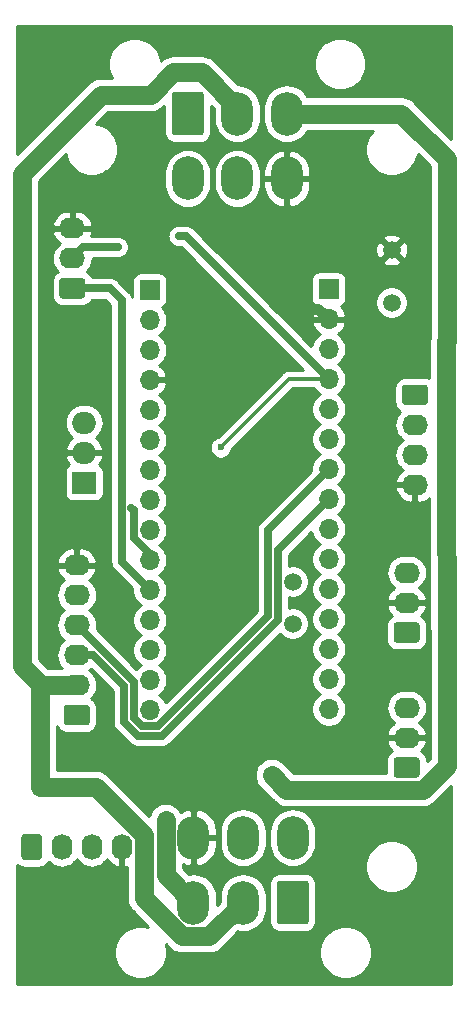
<source format=gbr>
G04 #@! TF.GenerationSoftware,KiCad,Pcbnew,(5.1.9)-1*
G04 #@! TF.CreationDate,2021-09-12T12:37:17-06:00*
G04 #@! TF.ProjectId,ddi_ampcd_controller,6464695f-616d-4706-9364-5f636f6e7472,1*
G04 #@! TF.SameCoordinates,Original*
G04 #@! TF.FileFunction,Copper,L2,Bot*
G04 #@! TF.FilePolarity,Positive*
%FSLAX46Y46*%
G04 Gerber Fmt 4.6, Leading zero omitted, Abs format (unit mm)*
G04 Created by KiCad (PCBNEW (5.1.9)-1) date 2021-09-12 12:37:17*
%MOMM*%
%LPD*%
G01*
G04 APERTURE LIST*
G04 #@! TA.AperFunction,ComponentPad*
%ADD10O,2.190000X1.740000*%
G04 #@! TD*
G04 #@! TA.AperFunction,ComponentPad*
%ADD11O,1.740000X2.190000*%
G04 #@! TD*
G04 #@! TA.AperFunction,ComponentPad*
%ADD12O,2.000000X1.905000*%
G04 #@! TD*
G04 #@! TA.AperFunction,ComponentPad*
%ADD13R,2.000000X1.905000*%
G04 #@! TD*
G04 #@! TA.AperFunction,ComponentPad*
%ADD14O,1.700000X1.700000*%
G04 #@! TD*
G04 #@! TA.AperFunction,ComponentPad*
%ADD15R,1.700000X1.700000*%
G04 #@! TD*
G04 #@! TA.AperFunction,ComponentPad*
%ADD16C,1.500000*%
G04 #@! TD*
G04 #@! TA.AperFunction,ComponentPad*
%ADD17O,2.700000X3.700000*%
G04 #@! TD*
G04 #@! TA.AperFunction,ViaPad*
%ADD18C,0.600000*%
G04 #@! TD*
G04 #@! TA.AperFunction,Conductor*
%ADD19C,0.914400*%
G04 #@! TD*
G04 #@! TA.AperFunction,Conductor*
%ADD20C,0.635000*%
G04 #@! TD*
G04 #@! TA.AperFunction,Conductor*
%ADD21C,0.304800*%
G04 #@! TD*
G04 #@! TA.AperFunction,Conductor*
%ADD22C,1.625600*%
G04 #@! TD*
G04 #@! TA.AperFunction,Conductor*
%ADD23C,0.254000*%
G04 #@! TD*
G04 #@! TA.AperFunction,Conductor*
%ADD24C,0.100000*%
G04 #@! TD*
G04 APERTURE END LIST*
D10*
X132969000Y-66103500D03*
X132969000Y-68643500D03*
G04 #@! TA.AperFunction,ComponentPad*
G36*
G01*
X133814001Y-72053500D02*
X132123999Y-72053500D01*
G75*
G02*
X131874000Y-71803501I0J249999D01*
G01*
X131874000Y-70563499D01*
G75*
G02*
X132123999Y-70313500I249999J0D01*
G01*
X133814001Y-70313500D01*
G75*
G02*
X134064000Y-70563499I0J-249999D01*
G01*
X134064000Y-71803501D01*
G75*
G02*
X133814001Y-72053500I-249999J0D01*
G01*
G37*
G04 #@! TD.AperFunction*
X161988500Y-87820500D03*
X161988500Y-85280500D03*
X161988500Y-82740500D03*
G04 #@! TA.AperFunction,ComponentPad*
G36*
G01*
X161143499Y-79330500D02*
X162833501Y-79330500D01*
G75*
G02*
X163083500Y-79580499I0J-249999D01*
G01*
X163083500Y-80820501D01*
G75*
G02*
X162833501Y-81070500I-249999J0D01*
G01*
X161143499Y-81070500D01*
G75*
G02*
X160893500Y-80820501I0J249999D01*
G01*
X160893500Y-79580499D01*
G75*
G02*
X161143499Y-79330500I249999J0D01*
G01*
G37*
G04 #@! TD.AperFunction*
D11*
X137160000Y-118491000D03*
X134620000Y-118491000D03*
X132080000Y-118491000D03*
G04 #@! TA.AperFunction,ComponentPad*
G36*
G01*
X128670000Y-119336001D02*
X128670000Y-117645999D01*
G75*
G02*
X128919999Y-117396000I249999J0D01*
G01*
X130160001Y-117396000D01*
G75*
G02*
X130410000Y-117645999I0J-249999D01*
G01*
X130410000Y-119336001D01*
G75*
G02*
X130160001Y-119586000I-249999J0D01*
G01*
X128919999Y-119586000D01*
G75*
G02*
X128670000Y-119336001I0J249999D01*
G01*
G37*
G04 #@! TD.AperFunction*
D12*
X133985000Y-82550000D03*
X133985000Y-85090000D03*
D13*
X133985000Y-87630000D03*
D10*
X161290000Y-95250000D03*
X161290000Y-97790000D03*
G04 #@! TA.AperFunction,ComponentPad*
G36*
G01*
X162135001Y-101200000D02*
X160444999Y-101200000D01*
G75*
G02*
X160195000Y-100950001I0J249999D01*
G01*
X160195000Y-99709999D01*
G75*
G02*
X160444999Y-99460000I249999J0D01*
G01*
X162135001Y-99460000D01*
G75*
G02*
X162385000Y-99709999I0J-249999D01*
G01*
X162385000Y-100950001D01*
G75*
G02*
X162135001Y-101200000I-249999J0D01*
G01*
G37*
G04 #@! TD.AperFunction*
X161290000Y-106680000D03*
X161290000Y-109220000D03*
G04 #@! TA.AperFunction,ComponentPad*
G36*
G01*
X162135001Y-112630000D02*
X160444999Y-112630000D01*
G75*
G02*
X160195000Y-112380001I0J249999D01*
G01*
X160195000Y-111139999D01*
G75*
G02*
X160444999Y-110890000I249999J0D01*
G01*
X162135001Y-110890000D01*
G75*
G02*
X162385000Y-111139999I0J-249999D01*
G01*
X162385000Y-112380001D01*
G75*
G02*
X162135001Y-112630000I-249999J0D01*
G01*
G37*
G04 #@! TD.AperFunction*
X133350000Y-94615000D03*
X133350000Y-97155000D03*
X133350000Y-99695000D03*
X133350000Y-102235000D03*
X133350000Y-104775000D03*
G04 #@! TA.AperFunction,ComponentPad*
G36*
G01*
X134195001Y-108185000D02*
X132504999Y-108185000D01*
G75*
G02*
X132255000Y-107935001I0J249999D01*
G01*
X132255000Y-106694999D01*
G75*
G02*
X132504999Y-106445000I249999J0D01*
G01*
X134195001Y-106445000D01*
G75*
G02*
X134445000Y-106694999I0J-249999D01*
G01*
X134445000Y-107935001D01*
G75*
G02*
X134195001Y-108185000I-249999J0D01*
G01*
G37*
G04 #@! TD.AperFunction*
D14*
X139547600Y-106883200D03*
X139547600Y-104343200D03*
X139547600Y-101803200D03*
X139547600Y-99263200D03*
X139547600Y-96723200D03*
X139547600Y-94183200D03*
X139547600Y-91643200D03*
X139547600Y-89103200D03*
X139547600Y-86563200D03*
X139547600Y-84023200D03*
X139547600Y-81483200D03*
X139547600Y-78943200D03*
X139547600Y-76403200D03*
X139547600Y-73863200D03*
D15*
X139547600Y-71323200D03*
D14*
X154686000Y-106807000D03*
X154686000Y-104267000D03*
X154686000Y-101727000D03*
X154686000Y-99187000D03*
X154686000Y-96647000D03*
X154686000Y-94107000D03*
X154686000Y-91567000D03*
X154686000Y-89027000D03*
X154686000Y-86487000D03*
X154686000Y-83947000D03*
X154686000Y-81407000D03*
X154686000Y-78867000D03*
X154686000Y-76327000D03*
X154686000Y-73787000D03*
D15*
X154686000Y-71247000D03*
D16*
X160020000Y-72390000D03*
X130302000Y-111061500D03*
X149860000Y-112395000D03*
X160020000Y-67945000D03*
X151638000Y-96012000D03*
X151638000Y-99568000D03*
G04 #@! TA.AperFunction,ComponentPad*
G36*
G01*
X141398000Y-57987999D02*
X141398000Y-54788001D01*
G75*
G02*
X141648001Y-54538000I250001J0D01*
G01*
X143847999Y-54538000D01*
G75*
G02*
X144098000Y-54788001I0J-250001D01*
G01*
X144098000Y-57987999D01*
G75*
G02*
X143847999Y-58238000I-250001J0D01*
G01*
X141648001Y-58238000D01*
G75*
G02*
X141398000Y-57987999I0J250001D01*
G01*
G37*
G04 #@! TD.AperFunction*
D17*
X146948000Y-56388000D03*
X151148000Y-56388000D03*
X142748000Y-61888000D03*
X146948000Y-61888000D03*
X151148000Y-61888000D03*
G04 #@! TA.AperFunction,ComponentPad*
G36*
G01*
X152988000Y-121590001D02*
X152988000Y-124789999D01*
G75*
G02*
X152737999Y-125040000I-250001J0D01*
G01*
X150538001Y-125040000D01*
G75*
G02*
X150288000Y-124789999I0J250001D01*
G01*
X150288000Y-121590001D01*
G75*
G02*
X150538001Y-121340000I250001J0D01*
G01*
X152737999Y-121340000D01*
G75*
G02*
X152988000Y-121590001I0J-250001D01*
G01*
G37*
G04 #@! TD.AperFunction*
X147438000Y-123190000D03*
X143238000Y-123190000D03*
X151638000Y-117690000D03*
X147438000Y-117690000D03*
X143238000Y-117690000D03*
D18*
X150495000Y-72898000D03*
X149098000Y-71501000D03*
X149796500Y-72199500D03*
X146431000Y-91440000D03*
X137985500Y-89789000D03*
X136842500Y-67691000D03*
X145539910Y-84659910D03*
X141990000Y-66760000D03*
X140875190Y-116211293D03*
X140875190Y-117188810D03*
X140875190Y-118204810D03*
D19*
X153797000Y-72898000D02*
X154686000Y-73787000D01*
X150495000Y-72898000D02*
X153797000Y-72898000D01*
X150495000Y-72898000D02*
X149796500Y-72199500D01*
X149098000Y-71501000D02*
X149098000Y-71501000D01*
X149796500Y-72199500D02*
X149098000Y-71501000D01*
D20*
X133921500Y-67691000D02*
X132969000Y-68643500D01*
X136842500Y-67691000D02*
X133921500Y-67691000D01*
X138180099Y-89983599D02*
X137985500Y-89789000D01*
X138180099Y-92299601D02*
X138180099Y-89983599D01*
X139547600Y-93667102D02*
X138180099Y-92299601D01*
X139547600Y-94183200D02*
X139547600Y-93667102D01*
X137150491Y-72189991D02*
X136144000Y-71183500D01*
X137150491Y-90134873D02*
X137150491Y-72189991D01*
X137160000Y-90144382D02*
X137150491Y-90134873D01*
X136144000Y-71183500D02*
X132969000Y-71183500D01*
X137160000Y-94335600D02*
X137160000Y-90144382D01*
X139547600Y-96723200D02*
X137160000Y-94335600D01*
D21*
X151332820Y-78867000D02*
X145539910Y-84659910D01*
X154686000Y-78867000D02*
X151332820Y-78867000D01*
D20*
X142579000Y-66760000D02*
X141990000Y-66760000D01*
X154686000Y-78867000D02*
X142579000Y-66760000D01*
X154686000Y-78867000D02*
X154749500Y-78867000D01*
X149535488Y-91637512D02*
X154686000Y-86487000D01*
X140204001Y-108250701D02*
X149535488Y-98919214D01*
X138891199Y-108250701D02*
X140204001Y-108250701D01*
X138180099Y-104525099D02*
X138180099Y-107539601D01*
X133350000Y-99695000D02*
X138180099Y-104525099D01*
X149535488Y-98919214D02*
X149535488Y-91637512D01*
X138180099Y-107539601D02*
X138891199Y-108250701D01*
X150370499Y-93342501D02*
X154686000Y-89027000D01*
X133350000Y-102235000D02*
X134709118Y-102235000D01*
X137345089Y-104870971D02*
X137345090Y-107885474D01*
X138545327Y-109085711D02*
X140549874Y-109085710D01*
X150370499Y-99265085D02*
X150370499Y-93342501D01*
X134709118Y-102235000D02*
X137345089Y-104870971D01*
X137345090Y-107885474D02*
X138545327Y-109085711D01*
X140549874Y-109085710D02*
X150370499Y-99265085D01*
D22*
X130302000Y-104775000D02*
X130217199Y-104690199D01*
X133350000Y-104775000D02*
X130302000Y-104775000D01*
X144575190Y-126052810D02*
X147438000Y-123190000D01*
X142259293Y-126052810D02*
X144575190Y-126052810D01*
X139049579Y-117492884D02*
X139049579Y-122843096D01*
X134976936Y-113420241D02*
X139049579Y-117492884D01*
X130217199Y-113420241D02*
X134976936Y-113420241D01*
X139049579Y-122843096D02*
X142259293Y-126052810D01*
X130217199Y-104690199D02*
X130217199Y-113420241D01*
X146948000Y-55888000D02*
X146948000Y-56388000D01*
X141524600Y-52912400D02*
X143972400Y-52912400D01*
X139636199Y-54800801D02*
X141524600Y-52912400D01*
X135388253Y-54800801D02*
X139636199Y-54800801D01*
X128697810Y-61491244D02*
X135388253Y-54800801D01*
X128697810Y-103170810D02*
X128697810Y-61491244D01*
X143972400Y-52912400D02*
X146948000Y-55888000D01*
X130217199Y-104690199D02*
X128697810Y-103170810D01*
X140875190Y-116211293D02*
X140875190Y-116211293D01*
X140875190Y-120827190D02*
X143238000Y-123190000D01*
X140875190Y-116211293D02*
X140875190Y-117188810D01*
X140875190Y-117188810D02*
X140875190Y-118204810D01*
X140875190Y-118204810D02*
X140875190Y-120827190D01*
X162658076Y-113642810D02*
X151107810Y-113642810D01*
X164672190Y-111628696D02*
X162658076Y-113642810D01*
X151107810Y-113642810D02*
X149860000Y-112395000D01*
X160838946Y-56388000D02*
X164672190Y-60221244D01*
X151148000Y-56388000D02*
X160838946Y-56388000D01*
D20*
X164672190Y-75645190D02*
X164655500Y-75628500D01*
X164672190Y-75675310D02*
X164672190Y-75645190D01*
D22*
X164655500Y-75628500D02*
X164672190Y-111628696D01*
X164672190Y-60221244D02*
X164672190Y-75675310D01*
D23*
X165050001Y-58551556D02*
X161912984Y-55414540D01*
X161867648Y-55359298D01*
X161647192Y-55178374D01*
X161395676Y-55043935D01*
X161122764Y-54961149D01*
X160910068Y-54940200D01*
X160910058Y-54940200D01*
X160838946Y-54933196D01*
X160767834Y-54940200D01*
X152892158Y-54940200D01*
X152806453Y-54779857D01*
X152558398Y-54477602D01*
X152256143Y-54229547D01*
X151911301Y-54045226D01*
X151537127Y-53931722D01*
X151148000Y-53893396D01*
X150758872Y-53931722D01*
X150384698Y-54045226D01*
X150039857Y-54229547D01*
X149737602Y-54477602D01*
X149489547Y-54779857D01*
X149305226Y-55124699D01*
X149191722Y-55498873D01*
X149163000Y-55790491D01*
X149163000Y-56985510D01*
X149191722Y-57277128D01*
X149305226Y-57651302D01*
X149489548Y-57996143D01*
X149737603Y-58298398D01*
X150039858Y-58546453D01*
X150384699Y-58730774D01*
X150758873Y-58844278D01*
X151148000Y-58882604D01*
X151537128Y-58844278D01*
X151911302Y-58730774D01*
X152256143Y-58546453D01*
X152558398Y-58298398D01*
X152806453Y-57996143D01*
X152892158Y-57835800D01*
X158459433Y-57835800D01*
X158283962Y-58011271D01*
X158039369Y-58377331D01*
X157870890Y-58784075D01*
X157785000Y-59215872D01*
X157785000Y-59656128D01*
X157870890Y-60087925D01*
X158039369Y-60494669D01*
X158283962Y-60860729D01*
X158595271Y-61172038D01*
X158961331Y-61416631D01*
X159368075Y-61585110D01*
X159799872Y-61671000D01*
X160240128Y-61671000D01*
X160671925Y-61585110D01*
X161078669Y-61416631D01*
X161444729Y-61172038D01*
X161756038Y-60860729D01*
X162000631Y-60494669D01*
X162169110Y-60087925D01*
X162222577Y-59819130D01*
X163224390Y-60820943D01*
X163224391Y-75387447D01*
X163207668Y-75558050D01*
X163209161Y-78779169D01*
X163173351Y-78760028D01*
X163006755Y-78709492D01*
X162833501Y-78692428D01*
X161143499Y-78692428D01*
X160970245Y-78709492D01*
X160803649Y-78760028D01*
X160650113Y-78842095D01*
X160515538Y-78952538D01*
X160405095Y-79087113D01*
X160323028Y-79240649D01*
X160272492Y-79407245D01*
X160255428Y-79580499D01*
X160255428Y-80820501D01*
X160272492Y-80993755D01*
X160323028Y-81160351D01*
X160405095Y-81313887D01*
X160515538Y-81448462D01*
X160650113Y-81558905D01*
X160759614Y-81617434D01*
X160694155Y-81671155D01*
X160506083Y-81900321D01*
X160366334Y-82161775D01*
X160280276Y-82445468D01*
X160251218Y-82740500D01*
X160280276Y-83035532D01*
X160366334Y-83319225D01*
X160506083Y-83580679D01*
X160694155Y-83809845D01*
X160923321Y-83997917D01*
X160946862Y-84010500D01*
X160923321Y-84023083D01*
X160694155Y-84211155D01*
X160506083Y-84440321D01*
X160366334Y-84701775D01*
X160280276Y-84985468D01*
X160251218Y-85280500D01*
X160280276Y-85575532D01*
X160366334Y-85859225D01*
X160506083Y-86120679D01*
X160694155Y-86349845D01*
X160923321Y-86537917D01*
X160951652Y-86553060D01*
X160811067Y-86645792D01*
X160600194Y-86854174D01*
X160434026Y-87099691D01*
X160318949Y-87372909D01*
X160302198Y-87460469D01*
X160423254Y-87693500D01*
X161861500Y-87693500D01*
X161861500Y-87673500D01*
X162115500Y-87673500D01*
X162115500Y-87693500D01*
X162135500Y-87693500D01*
X162135500Y-87947500D01*
X162115500Y-87947500D01*
X162115500Y-89170876D01*
X162352786Y-89326377D01*
X162643892Y-89270269D01*
X162918458Y-89158447D01*
X163165933Y-88995208D01*
X163213876Y-88947832D01*
X163224113Y-111029275D01*
X163023072Y-111230316D01*
X163023072Y-111139999D01*
X163006008Y-110966745D01*
X162955472Y-110800149D01*
X162873405Y-110646613D01*
X162762962Y-110512038D01*
X162628387Y-110401595D01*
X162519410Y-110343345D01*
X162678306Y-110186326D01*
X162844474Y-109940809D01*
X162959551Y-109667591D01*
X162976302Y-109580031D01*
X162855246Y-109347000D01*
X161417000Y-109347000D01*
X161417000Y-109367000D01*
X161163000Y-109367000D01*
X161163000Y-109347000D01*
X159724754Y-109347000D01*
X159603698Y-109580031D01*
X159620449Y-109667591D01*
X159735526Y-109940809D01*
X159901694Y-110186326D01*
X160060590Y-110343345D01*
X159951613Y-110401595D01*
X159817038Y-110512038D01*
X159706595Y-110646613D01*
X159624528Y-110800149D01*
X159573992Y-110966745D01*
X159556928Y-111139999D01*
X159556928Y-112195010D01*
X151707509Y-112195010D01*
X150833458Y-111320960D01*
X150668246Y-111185375D01*
X150416729Y-111050935D01*
X150143818Y-110968150D01*
X149860000Y-110940196D01*
X149576182Y-110968150D01*
X149303271Y-111050935D01*
X149051754Y-111185375D01*
X148831298Y-111366298D01*
X148650375Y-111586754D01*
X148515935Y-111838271D01*
X148433150Y-112111182D01*
X148405196Y-112395000D01*
X148433150Y-112678818D01*
X148515935Y-112951729D01*
X148650375Y-113203246D01*
X148785960Y-113368458D01*
X150033776Y-114616275D01*
X150079108Y-114671512D01*
X150134345Y-114716844D01*
X150134351Y-114716850D01*
X150216713Y-114784442D01*
X150299564Y-114852436D01*
X150551080Y-114986875D01*
X150823991Y-115069661D01*
X150849515Y-115072175D01*
X151036688Y-115090610D01*
X151036695Y-115090610D01*
X151107810Y-115097614D01*
X151178924Y-115090610D01*
X162586964Y-115090610D01*
X162658076Y-115097614D01*
X162729188Y-115090610D01*
X162729198Y-115090610D01*
X162941894Y-115069661D01*
X163214806Y-114986875D01*
X163466322Y-114852436D01*
X163686778Y-114671512D01*
X163732114Y-114616270D01*
X165050000Y-113298384D01*
X165050000Y-130125000D01*
X128320000Y-130125000D01*
X128320000Y-119986910D01*
X128426613Y-120074405D01*
X128580149Y-120156472D01*
X128746745Y-120207008D01*
X128919999Y-120224072D01*
X130160001Y-120224072D01*
X130333255Y-120207008D01*
X130499851Y-120156472D01*
X130653387Y-120074405D01*
X130787962Y-119963962D01*
X130898405Y-119829387D01*
X130956934Y-119719886D01*
X131010655Y-119785345D01*
X131239822Y-119973417D01*
X131501276Y-120113166D01*
X131784969Y-120199224D01*
X132080000Y-120228282D01*
X132375032Y-120199224D01*
X132658725Y-120113166D01*
X132920179Y-119973417D01*
X133149345Y-119785345D01*
X133337417Y-119556179D01*
X133350000Y-119532638D01*
X133362583Y-119556179D01*
X133550655Y-119785345D01*
X133779822Y-119973417D01*
X134041276Y-120113166D01*
X134324969Y-120199224D01*
X134620000Y-120228282D01*
X134915032Y-120199224D01*
X135198725Y-120113166D01*
X135460179Y-119973417D01*
X135689345Y-119785345D01*
X135877417Y-119556179D01*
X135892560Y-119527848D01*
X135985292Y-119668433D01*
X136193674Y-119879306D01*
X136439191Y-120045474D01*
X136712409Y-120160551D01*
X136799969Y-120177302D01*
X137033000Y-120056246D01*
X137033000Y-118618000D01*
X137013000Y-118618000D01*
X137013000Y-118364000D01*
X137033000Y-118364000D01*
X137033000Y-118344000D01*
X137287000Y-118344000D01*
X137287000Y-118364000D01*
X137307000Y-118364000D01*
X137307000Y-118618000D01*
X137287000Y-118618000D01*
X137287000Y-120056246D01*
X137520031Y-120177302D01*
X137601779Y-120161663D01*
X137601780Y-122771974D01*
X137594775Y-122843096D01*
X137622729Y-123126914D01*
X137705514Y-123399825D01*
X137839954Y-123651342D01*
X137975539Y-123816554D01*
X137975546Y-123816561D01*
X138020878Y-123871798D01*
X138076115Y-123917130D01*
X139406911Y-125247926D01*
X139389925Y-125240890D01*
X138958128Y-125155000D01*
X138517872Y-125155000D01*
X138086075Y-125240890D01*
X137679331Y-125409369D01*
X137313271Y-125653962D01*
X137001962Y-125965271D01*
X136757369Y-126331331D01*
X136588890Y-126738075D01*
X136503000Y-127169872D01*
X136503000Y-127610128D01*
X136588890Y-128041925D01*
X136757369Y-128448669D01*
X137001962Y-128814729D01*
X137313271Y-129126038D01*
X137679331Y-129370631D01*
X138086075Y-129539110D01*
X138517872Y-129625000D01*
X138958128Y-129625000D01*
X139389925Y-129539110D01*
X139796669Y-129370631D01*
X140162729Y-129126038D01*
X140474038Y-128814729D01*
X140718631Y-128448669D01*
X140887110Y-128041925D01*
X140973000Y-127610128D01*
X140973000Y-127169872D01*
X140887110Y-126738075D01*
X140880074Y-126721089D01*
X141185255Y-127026270D01*
X141230591Y-127081512D01*
X141451047Y-127262436D01*
X141702563Y-127396875D01*
X141975475Y-127479661D01*
X142188171Y-127500610D01*
X142188180Y-127500610D01*
X142259292Y-127507614D01*
X142330404Y-127500610D01*
X144504078Y-127500610D01*
X144575190Y-127507614D01*
X144646302Y-127500610D01*
X144646312Y-127500610D01*
X144859008Y-127479661D01*
X145131920Y-127396875D01*
X145383436Y-127262436D01*
X145496225Y-127169872D01*
X153903000Y-127169872D01*
X153903000Y-127610128D01*
X153988890Y-128041925D01*
X154157369Y-128448669D01*
X154401962Y-128814729D01*
X154713271Y-129126038D01*
X155079331Y-129370631D01*
X155486075Y-129539110D01*
X155917872Y-129625000D01*
X156358128Y-129625000D01*
X156789925Y-129539110D01*
X157196669Y-129370631D01*
X157562729Y-129126038D01*
X157874038Y-128814729D01*
X158118631Y-128448669D01*
X158287110Y-128041925D01*
X158373000Y-127610128D01*
X158373000Y-127169872D01*
X158287110Y-126738075D01*
X158118631Y-126331331D01*
X157874038Y-125965271D01*
X157562729Y-125653962D01*
X157196669Y-125409369D01*
X156789925Y-125240890D01*
X156358128Y-125155000D01*
X155917872Y-125155000D01*
X155486075Y-125240890D01*
X155079331Y-125409369D01*
X154713271Y-125653962D01*
X154401962Y-125965271D01*
X154157369Y-126331331D01*
X153988890Y-126738075D01*
X153903000Y-127169872D01*
X145496225Y-127169872D01*
X145603892Y-127081512D01*
X145649228Y-127026270D01*
X147033794Y-125641704D01*
X147048872Y-125646278D01*
X147438000Y-125684604D01*
X147827127Y-125646278D01*
X148201301Y-125532774D01*
X148546143Y-125348453D01*
X148848398Y-125100398D01*
X149096453Y-124798143D01*
X149280774Y-124453302D01*
X149394278Y-124079128D01*
X149423000Y-123787510D01*
X149423000Y-122592491D01*
X149394278Y-122300873D01*
X149280774Y-121926698D01*
X149100807Y-121590001D01*
X149649928Y-121590001D01*
X149649928Y-124789999D01*
X149666992Y-124963253D01*
X149717529Y-125129850D01*
X149799595Y-125283386D01*
X149910039Y-125417961D01*
X150044614Y-125528405D01*
X150198150Y-125610471D01*
X150364747Y-125661008D01*
X150538001Y-125678072D01*
X152737999Y-125678072D01*
X152911253Y-125661008D01*
X153077850Y-125610471D01*
X153231386Y-125528405D01*
X153365961Y-125417961D01*
X153476405Y-125283386D01*
X153558471Y-125129850D01*
X153609008Y-124963253D01*
X153626072Y-124789999D01*
X153626072Y-121590001D01*
X153609008Y-121416747D01*
X153558471Y-121250150D01*
X153476405Y-121096614D01*
X153365961Y-120962039D01*
X153231386Y-120851595D01*
X153077850Y-120769529D01*
X152911253Y-120718992D01*
X152737999Y-120701928D01*
X150538001Y-120701928D01*
X150364747Y-120718992D01*
X150198150Y-120769529D01*
X150044614Y-120851595D01*
X149910039Y-120962039D01*
X149799595Y-121096614D01*
X149717529Y-121250150D01*
X149666992Y-121416747D01*
X149649928Y-121590001D01*
X149100807Y-121590001D01*
X149096453Y-121581857D01*
X148848398Y-121279602D01*
X148546143Y-121031547D01*
X148201302Y-120847226D01*
X147827128Y-120733722D01*
X147438000Y-120695396D01*
X147048873Y-120733722D01*
X146674699Y-120847226D01*
X146329858Y-121031547D01*
X146027603Y-121279602D01*
X145779548Y-121581857D01*
X145595226Y-121926698D01*
X145481722Y-122300872D01*
X145453000Y-122592490D01*
X145453000Y-123127501D01*
X145223000Y-123357501D01*
X145223000Y-122592491D01*
X145194278Y-122300873D01*
X145080774Y-121926698D01*
X144896453Y-121581857D01*
X144648398Y-121279602D01*
X144346143Y-121031547D01*
X144001302Y-120847226D01*
X143627128Y-120733722D01*
X143238000Y-120695396D01*
X142848873Y-120733722D01*
X142833794Y-120738296D01*
X142322990Y-120227492D01*
X142322990Y-119948423D01*
X142595705Y-120072501D01*
X142802677Y-120126677D01*
X143111000Y-120011829D01*
X143111000Y-117817000D01*
X143365000Y-117817000D01*
X143365000Y-120011829D01*
X143673323Y-120126677D01*
X143880295Y-120072501D01*
X144235211Y-119911024D01*
X144551805Y-119683409D01*
X144817910Y-119398403D01*
X145023300Y-119066959D01*
X145160082Y-118701814D01*
X145223000Y-118317000D01*
X145223000Y-117817000D01*
X143365000Y-117817000D01*
X143111000Y-117817000D01*
X143091000Y-117817000D01*
X143091000Y-117563000D01*
X143111000Y-117563000D01*
X143111000Y-115368171D01*
X143365000Y-115368171D01*
X143365000Y-117563000D01*
X145223000Y-117563000D01*
X145223000Y-117092490D01*
X145453000Y-117092490D01*
X145453000Y-118287509D01*
X145481722Y-118579127D01*
X145595226Y-118953301D01*
X145779547Y-119298143D01*
X146027602Y-119600398D01*
X146329857Y-119848453D01*
X146674698Y-120032774D01*
X147048872Y-120146278D01*
X147438000Y-120184604D01*
X147827127Y-120146278D01*
X148201301Y-120032774D01*
X148546143Y-119848453D01*
X148848398Y-119600398D01*
X149096453Y-119298143D01*
X149280774Y-118953302D01*
X149394278Y-118579128D01*
X149423000Y-118287510D01*
X149423000Y-117092491D01*
X149423000Y-117092490D01*
X149653000Y-117092490D01*
X149653000Y-118287509D01*
X149681722Y-118579127D01*
X149795226Y-118953301D01*
X149979547Y-119298143D01*
X150227602Y-119600398D01*
X150529857Y-119848453D01*
X150874698Y-120032774D01*
X151248872Y-120146278D01*
X151638000Y-120184604D01*
X152027127Y-120146278D01*
X152401301Y-120032774D01*
X152608785Y-119921872D01*
X157785000Y-119921872D01*
X157785000Y-120362128D01*
X157870890Y-120793925D01*
X158039369Y-121200669D01*
X158283962Y-121566729D01*
X158595271Y-121878038D01*
X158961331Y-122122631D01*
X159368075Y-122291110D01*
X159799872Y-122377000D01*
X160240128Y-122377000D01*
X160671925Y-122291110D01*
X161078669Y-122122631D01*
X161444729Y-121878038D01*
X161756038Y-121566729D01*
X162000631Y-121200669D01*
X162169110Y-120793925D01*
X162255000Y-120362128D01*
X162255000Y-119921872D01*
X162169110Y-119490075D01*
X162000631Y-119083331D01*
X161756038Y-118717271D01*
X161444729Y-118405962D01*
X161078669Y-118161369D01*
X160671925Y-117992890D01*
X160240128Y-117907000D01*
X159799872Y-117907000D01*
X159368075Y-117992890D01*
X158961331Y-118161369D01*
X158595271Y-118405962D01*
X158283962Y-118717271D01*
X158039369Y-119083331D01*
X157870890Y-119490075D01*
X157785000Y-119921872D01*
X152608785Y-119921872D01*
X152746143Y-119848453D01*
X153048398Y-119600398D01*
X153296453Y-119298143D01*
X153480774Y-118953302D01*
X153594278Y-118579128D01*
X153623000Y-118287510D01*
X153623000Y-117092491D01*
X153594278Y-116800873D01*
X153480774Y-116426698D01*
X153296453Y-116081857D01*
X153048398Y-115779602D01*
X152746143Y-115531547D01*
X152401302Y-115347226D01*
X152027128Y-115233722D01*
X151638000Y-115195396D01*
X151248873Y-115233722D01*
X150874699Y-115347226D01*
X150529858Y-115531547D01*
X150227603Y-115779602D01*
X149979548Y-116081857D01*
X149795226Y-116426698D01*
X149681722Y-116800872D01*
X149653000Y-117092490D01*
X149423000Y-117092490D01*
X149394278Y-116800873D01*
X149280774Y-116426698D01*
X149096453Y-116081857D01*
X148848398Y-115779602D01*
X148546143Y-115531547D01*
X148201302Y-115347226D01*
X147827128Y-115233722D01*
X147438000Y-115195396D01*
X147048873Y-115233722D01*
X146674699Y-115347226D01*
X146329858Y-115531547D01*
X146027603Y-115779602D01*
X145779548Y-116081857D01*
X145595226Y-116426698D01*
X145481722Y-116800872D01*
X145453000Y-117092490D01*
X145223000Y-117092490D01*
X145223000Y-117063000D01*
X145160082Y-116678186D01*
X145023300Y-116313041D01*
X144817910Y-115981597D01*
X144551805Y-115696591D01*
X144235211Y-115468976D01*
X143880295Y-115307499D01*
X143673323Y-115253323D01*
X143365000Y-115368171D01*
X143111000Y-115368171D01*
X142802677Y-115253323D01*
X142595705Y-115307499D01*
X142240789Y-115468976D01*
X142153572Y-115531680D01*
X142084816Y-115403047D01*
X141903892Y-115182591D01*
X141683436Y-115001667D01*
X141431920Y-114867228D01*
X141159008Y-114784442D01*
X140946312Y-114763493D01*
X140875190Y-114756488D01*
X140804068Y-114763493D01*
X140591372Y-114784442D01*
X140318460Y-114867228D01*
X140066944Y-115001667D01*
X139846488Y-115182591D01*
X139665564Y-115403047D01*
X139531125Y-115654563D01*
X139467733Y-115863540D01*
X136050974Y-112446781D01*
X136005638Y-112391539D01*
X135785182Y-112210615D01*
X135533666Y-112076176D01*
X135260754Y-111993390D01*
X135048058Y-111972441D01*
X135048048Y-111972441D01*
X134976936Y-111965437D01*
X134905824Y-111972441D01*
X131664999Y-111972441D01*
X131664999Y-111308517D01*
X131687000Y-111197911D01*
X131687000Y-110925089D01*
X131664999Y-110814483D01*
X131664999Y-108210472D01*
X131684528Y-108274851D01*
X131766595Y-108428387D01*
X131877038Y-108562962D01*
X132011613Y-108673405D01*
X132165149Y-108755472D01*
X132331745Y-108806008D01*
X132504999Y-108823072D01*
X134195001Y-108823072D01*
X134368255Y-108806008D01*
X134534851Y-108755472D01*
X134688387Y-108673405D01*
X134822962Y-108562962D01*
X134933405Y-108428387D01*
X135015472Y-108274851D01*
X135066008Y-108108255D01*
X135083072Y-107935001D01*
X135083072Y-106694999D01*
X135066008Y-106521745D01*
X135015472Y-106355149D01*
X134933405Y-106201613D01*
X134822962Y-106067038D01*
X134688387Y-105956595D01*
X134578886Y-105898066D01*
X134644345Y-105844345D01*
X134832417Y-105615179D01*
X134972166Y-105353725D01*
X135058224Y-105070032D01*
X135087282Y-104775000D01*
X135058224Y-104479968D01*
X134972166Y-104196275D01*
X134832417Y-103934821D01*
X134644345Y-103705655D01*
X134415179Y-103517583D01*
X134391638Y-103505000D01*
X134415179Y-103492417D01*
X134527400Y-103400320D01*
X136392589Y-105265510D01*
X136392591Y-107838680D01*
X136387982Y-107885474D01*
X136406373Y-108072196D01*
X136460839Y-108251743D01*
X136549284Y-108417214D01*
X136565868Y-108437422D01*
X136668313Y-108562252D01*
X136704655Y-108592077D01*
X137838725Y-109726147D01*
X137868550Y-109762489D01*
X138013587Y-109881517D01*
X138179059Y-109969963D01*
X138280422Y-110000711D01*
X138358604Y-110024428D01*
X138545326Y-110042819D01*
X138592111Y-110038211D01*
X140503080Y-110038209D01*
X140549874Y-110042818D01*
X140736596Y-110024427D01*
X140916143Y-109969961D01*
X141081614Y-109881516D01*
X141190311Y-109792311D01*
X141226652Y-109762487D01*
X141256476Y-109726146D01*
X150549999Y-100432624D01*
X150562201Y-100450886D01*
X150755114Y-100643799D01*
X150981957Y-100795371D01*
X151234011Y-100899775D01*
X151501589Y-100953000D01*
X151774411Y-100953000D01*
X152041989Y-100899775D01*
X152294043Y-100795371D01*
X152520886Y-100643799D01*
X152713799Y-100450886D01*
X152865371Y-100224043D01*
X152969775Y-99971989D01*
X153023000Y-99704411D01*
X153023000Y-99431589D01*
X152969775Y-99164011D01*
X152865371Y-98911957D01*
X152713799Y-98685114D01*
X152520886Y-98492201D01*
X152294043Y-98340629D01*
X152041989Y-98236225D01*
X151774411Y-98183000D01*
X151501589Y-98183000D01*
X151322999Y-98218524D01*
X151322999Y-97361476D01*
X151501589Y-97397000D01*
X151774411Y-97397000D01*
X152041989Y-97343775D01*
X152294043Y-97239371D01*
X152520886Y-97087799D01*
X152713799Y-96894886D01*
X152865371Y-96668043D01*
X152969775Y-96415989D01*
X153023000Y-96148411D01*
X153023000Y-95875589D01*
X152969775Y-95608011D01*
X152865371Y-95355957D01*
X152713799Y-95129114D01*
X152520886Y-94936201D01*
X152294043Y-94784629D01*
X152041989Y-94680225D01*
X151774411Y-94627000D01*
X151501589Y-94627000D01*
X151322999Y-94662524D01*
X151322999Y-93737039D01*
X153225186Y-91834852D01*
X153258068Y-92000158D01*
X153370010Y-92270411D01*
X153532525Y-92513632D01*
X153739368Y-92720475D01*
X153913760Y-92837000D01*
X153739368Y-92953525D01*
X153532525Y-93160368D01*
X153370010Y-93403589D01*
X153258068Y-93673842D01*
X153201000Y-93960740D01*
X153201000Y-94253260D01*
X153258068Y-94540158D01*
X153370010Y-94810411D01*
X153532525Y-95053632D01*
X153739368Y-95260475D01*
X153913760Y-95377000D01*
X153739368Y-95493525D01*
X153532525Y-95700368D01*
X153370010Y-95943589D01*
X153258068Y-96213842D01*
X153201000Y-96500740D01*
X153201000Y-96793260D01*
X153258068Y-97080158D01*
X153370010Y-97350411D01*
X153532525Y-97593632D01*
X153739368Y-97800475D01*
X153913760Y-97917000D01*
X153739368Y-98033525D01*
X153532525Y-98240368D01*
X153370010Y-98483589D01*
X153258068Y-98753842D01*
X153201000Y-99040740D01*
X153201000Y-99333260D01*
X153258068Y-99620158D01*
X153370010Y-99890411D01*
X153532525Y-100133632D01*
X153739368Y-100340475D01*
X153913760Y-100457000D01*
X153739368Y-100573525D01*
X153532525Y-100780368D01*
X153370010Y-101023589D01*
X153258068Y-101293842D01*
X153201000Y-101580740D01*
X153201000Y-101873260D01*
X153258068Y-102160158D01*
X153370010Y-102430411D01*
X153532525Y-102673632D01*
X153739368Y-102880475D01*
X153913760Y-102997000D01*
X153739368Y-103113525D01*
X153532525Y-103320368D01*
X153370010Y-103563589D01*
X153258068Y-103833842D01*
X153201000Y-104120740D01*
X153201000Y-104413260D01*
X153258068Y-104700158D01*
X153370010Y-104970411D01*
X153532525Y-105213632D01*
X153739368Y-105420475D01*
X153913760Y-105537000D01*
X153739368Y-105653525D01*
X153532525Y-105860368D01*
X153370010Y-106103589D01*
X153258068Y-106373842D01*
X153201000Y-106660740D01*
X153201000Y-106953260D01*
X153258068Y-107240158D01*
X153370010Y-107510411D01*
X153532525Y-107753632D01*
X153739368Y-107960475D01*
X153982589Y-108122990D01*
X154252842Y-108234932D01*
X154539740Y-108292000D01*
X154832260Y-108292000D01*
X155119158Y-108234932D01*
X155389411Y-108122990D01*
X155632632Y-107960475D01*
X155839475Y-107753632D01*
X156001990Y-107510411D01*
X156113932Y-107240158D01*
X156171000Y-106953260D01*
X156171000Y-106680000D01*
X159552718Y-106680000D01*
X159581776Y-106975032D01*
X159667834Y-107258725D01*
X159807583Y-107520179D01*
X159995655Y-107749345D01*
X160224821Y-107937417D01*
X160253152Y-107952560D01*
X160112567Y-108045292D01*
X159901694Y-108253674D01*
X159735526Y-108499191D01*
X159620449Y-108772409D01*
X159603698Y-108859969D01*
X159724754Y-109093000D01*
X161163000Y-109093000D01*
X161163000Y-109073000D01*
X161417000Y-109073000D01*
X161417000Y-109093000D01*
X162855246Y-109093000D01*
X162976302Y-108859969D01*
X162959551Y-108772409D01*
X162844474Y-108499191D01*
X162678306Y-108253674D01*
X162467433Y-108045292D01*
X162326848Y-107952560D01*
X162355179Y-107937417D01*
X162584345Y-107749345D01*
X162772417Y-107520179D01*
X162912166Y-107258725D01*
X162998224Y-106975032D01*
X163027282Y-106680000D01*
X162998224Y-106384968D01*
X162912166Y-106101275D01*
X162772417Y-105839821D01*
X162584345Y-105610655D01*
X162355179Y-105422583D01*
X162093725Y-105282834D01*
X161810032Y-105196776D01*
X161588936Y-105175000D01*
X160991064Y-105175000D01*
X160769968Y-105196776D01*
X160486275Y-105282834D01*
X160224821Y-105422583D01*
X159995655Y-105610655D01*
X159807583Y-105839821D01*
X159667834Y-106101275D01*
X159581776Y-106384968D01*
X159552718Y-106680000D01*
X156171000Y-106680000D01*
X156171000Y-106660740D01*
X156113932Y-106373842D01*
X156001990Y-106103589D01*
X155839475Y-105860368D01*
X155632632Y-105653525D01*
X155458240Y-105537000D01*
X155632632Y-105420475D01*
X155839475Y-105213632D01*
X156001990Y-104970411D01*
X156113932Y-104700158D01*
X156171000Y-104413260D01*
X156171000Y-104120740D01*
X156113932Y-103833842D01*
X156001990Y-103563589D01*
X155839475Y-103320368D01*
X155632632Y-103113525D01*
X155458240Y-102997000D01*
X155632632Y-102880475D01*
X155839475Y-102673632D01*
X156001990Y-102430411D01*
X156113932Y-102160158D01*
X156171000Y-101873260D01*
X156171000Y-101580740D01*
X156113932Y-101293842D01*
X156001990Y-101023589D01*
X155839475Y-100780368D01*
X155632632Y-100573525D01*
X155458240Y-100457000D01*
X155632632Y-100340475D01*
X155839475Y-100133632D01*
X156001990Y-99890411D01*
X156076718Y-99709999D01*
X159556928Y-99709999D01*
X159556928Y-100950001D01*
X159573992Y-101123255D01*
X159624528Y-101289851D01*
X159706595Y-101443387D01*
X159817038Y-101577962D01*
X159951613Y-101688405D01*
X160105149Y-101770472D01*
X160271745Y-101821008D01*
X160444999Y-101838072D01*
X162135001Y-101838072D01*
X162308255Y-101821008D01*
X162474851Y-101770472D01*
X162628387Y-101688405D01*
X162762962Y-101577962D01*
X162873405Y-101443387D01*
X162955472Y-101289851D01*
X163006008Y-101123255D01*
X163023072Y-100950001D01*
X163023072Y-99709999D01*
X163006008Y-99536745D01*
X162955472Y-99370149D01*
X162873405Y-99216613D01*
X162762962Y-99082038D01*
X162628387Y-98971595D01*
X162519410Y-98913345D01*
X162678306Y-98756326D01*
X162844474Y-98510809D01*
X162959551Y-98237591D01*
X162976302Y-98150031D01*
X162855246Y-97917000D01*
X161417000Y-97917000D01*
X161417000Y-97937000D01*
X161163000Y-97937000D01*
X161163000Y-97917000D01*
X159724754Y-97917000D01*
X159603698Y-98150031D01*
X159620449Y-98237591D01*
X159735526Y-98510809D01*
X159901694Y-98756326D01*
X160060590Y-98913345D01*
X159951613Y-98971595D01*
X159817038Y-99082038D01*
X159706595Y-99216613D01*
X159624528Y-99370149D01*
X159573992Y-99536745D01*
X159556928Y-99709999D01*
X156076718Y-99709999D01*
X156113932Y-99620158D01*
X156171000Y-99333260D01*
X156171000Y-99040740D01*
X156113932Y-98753842D01*
X156001990Y-98483589D01*
X155839475Y-98240368D01*
X155632632Y-98033525D01*
X155458240Y-97917000D01*
X155632632Y-97800475D01*
X155839475Y-97593632D01*
X156001990Y-97350411D01*
X156113932Y-97080158D01*
X156171000Y-96793260D01*
X156171000Y-96500740D01*
X156113932Y-96213842D01*
X156001990Y-95943589D01*
X155839475Y-95700368D01*
X155632632Y-95493525D01*
X155458240Y-95377000D01*
X155632632Y-95260475D01*
X155643107Y-95250000D01*
X159552718Y-95250000D01*
X159581776Y-95545032D01*
X159667834Y-95828725D01*
X159807583Y-96090179D01*
X159995655Y-96319345D01*
X160224821Y-96507417D01*
X160253152Y-96522560D01*
X160112567Y-96615292D01*
X159901694Y-96823674D01*
X159735526Y-97069191D01*
X159620449Y-97342409D01*
X159603698Y-97429969D01*
X159724754Y-97663000D01*
X161163000Y-97663000D01*
X161163000Y-97643000D01*
X161417000Y-97643000D01*
X161417000Y-97663000D01*
X162855246Y-97663000D01*
X162976302Y-97429969D01*
X162959551Y-97342409D01*
X162844474Y-97069191D01*
X162678306Y-96823674D01*
X162467433Y-96615292D01*
X162326848Y-96522560D01*
X162355179Y-96507417D01*
X162584345Y-96319345D01*
X162772417Y-96090179D01*
X162912166Y-95828725D01*
X162998224Y-95545032D01*
X163027282Y-95250000D01*
X162998224Y-94954968D01*
X162912166Y-94671275D01*
X162772417Y-94409821D01*
X162584345Y-94180655D01*
X162355179Y-93992583D01*
X162093725Y-93852834D01*
X161810032Y-93766776D01*
X161588936Y-93745000D01*
X160991064Y-93745000D01*
X160769968Y-93766776D01*
X160486275Y-93852834D01*
X160224821Y-93992583D01*
X159995655Y-94180655D01*
X159807583Y-94409821D01*
X159667834Y-94671275D01*
X159581776Y-94954968D01*
X159552718Y-95250000D01*
X155643107Y-95250000D01*
X155839475Y-95053632D01*
X156001990Y-94810411D01*
X156113932Y-94540158D01*
X156171000Y-94253260D01*
X156171000Y-93960740D01*
X156113932Y-93673842D01*
X156001990Y-93403589D01*
X155839475Y-93160368D01*
X155632632Y-92953525D01*
X155458240Y-92837000D01*
X155632632Y-92720475D01*
X155839475Y-92513632D01*
X156001990Y-92270411D01*
X156113932Y-92000158D01*
X156171000Y-91713260D01*
X156171000Y-91420740D01*
X156113932Y-91133842D01*
X156001990Y-90863589D01*
X155839475Y-90620368D01*
X155632632Y-90413525D01*
X155458240Y-90297000D01*
X155632632Y-90180475D01*
X155839475Y-89973632D01*
X156001990Y-89730411D01*
X156113932Y-89460158D01*
X156171000Y-89173260D01*
X156171000Y-88880740D01*
X156113932Y-88593842D01*
X156001990Y-88323589D01*
X155906402Y-88180531D01*
X160302198Y-88180531D01*
X160318949Y-88268091D01*
X160434026Y-88541309D01*
X160600194Y-88786826D01*
X160811067Y-88995208D01*
X161058542Y-89158447D01*
X161333108Y-89270269D01*
X161624214Y-89326377D01*
X161861500Y-89170876D01*
X161861500Y-87947500D01*
X160423254Y-87947500D01*
X160302198Y-88180531D01*
X155906402Y-88180531D01*
X155839475Y-88080368D01*
X155632632Y-87873525D01*
X155458240Y-87757000D01*
X155632632Y-87640475D01*
X155839475Y-87433632D01*
X156001990Y-87190411D01*
X156113932Y-86920158D01*
X156171000Y-86633260D01*
X156171000Y-86340740D01*
X156113932Y-86053842D01*
X156001990Y-85783589D01*
X155839475Y-85540368D01*
X155632632Y-85333525D01*
X155458240Y-85217000D01*
X155632632Y-85100475D01*
X155839475Y-84893632D01*
X156001990Y-84650411D01*
X156113932Y-84380158D01*
X156171000Y-84093260D01*
X156171000Y-83800740D01*
X156113932Y-83513842D01*
X156001990Y-83243589D01*
X155839475Y-83000368D01*
X155632632Y-82793525D01*
X155458240Y-82677000D01*
X155632632Y-82560475D01*
X155839475Y-82353632D01*
X156001990Y-82110411D01*
X156113932Y-81840158D01*
X156171000Y-81553260D01*
X156171000Y-81260740D01*
X156113932Y-80973842D01*
X156001990Y-80703589D01*
X155839475Y-80460368D01*
X155632632Y-80253525D01*
X155458240Y-80137000D01*
X155632632Y-80020475D01*
X155839475Y-79813632D01*
X156001990Y-79570411D01*
X156113932Y-79300158D01*
X156171000Y-79013260D01*
X156171000Y-78720740D01*
X156113932Y-78433842D01*
X156001990Y-78163589D01*
X155839475Y-77920368D01*
X155632632Y-77713525D01*
X155458240Y-77597000D01*
X155632632Y-77480475D01*
X155839475Y-77273632D01*
X156001990Y-77030411D01*
X156113932Y-76760158D01*
X156171000Y-76473260D01*
X156171000Y-76180740D01*
X156113932Y-75893842D01*
X156001990Y-75623589D01*
X155839475Y-75380368D01*
X155632632Y-75173525D01*
X155450466Y-75051805D01*
X155567355Y-74982178D01*
X155783588Y-74787269D01*
X155957641Y-74553920D01*
X156082825Y-74291099D01*
X156127476Y-74143890D01*
X156006155Y-73914000D01*
X154813000Y-73914000D01*
X154813000Y-73934000D01*
X154559000Y-73934000D01*
X154559000Y-73914000D01*
X153365845Y-73914000D01*
X153244524Y-74143890D01*
X153289175Y-74291099D01*
X153414359Y-74553920D01*
X153588412Y-74787269D01*
X153804645Y-74982178D01*
X153921534Y-75051805D01*
X153739368Y-75173525D01*
X153532525Y-75380368D01*
X153370010Y-75623589D01*
X153258068Y-75893842D01*
X153225186Y-76059148D01*
X147563038Y-70397000D01*
X153197928Y-70397000D01*
X153197928Y-72097000D01*
X153210188Y-72221482D01*
X153246498Y-72341180D01*
X153305463Y-72451494D01*
X153384815Y-72548185D01*
X153481506Y-72627537D01*
X153591820Y-72686502D01*
X153672466Y-72710966D01*
X153588412Y-72786731D01*
X153414359Y-73020080D01*
X153289175Y-73282901D01*
X153244524Y-73430110D01*
X153365845Y-73660000D01*
X154559000Y-73660000D01*
X154559000Y-73640000D01*
X154813000Y-73640000D01*
X154813000Y-73660000D01*
X156006155Y-73660000D01*
X156127476Y-73430110D01*
X156082825Y-73282901D01*
X155957641Y-73020080D01*
X155783588Y-72786731D01*
X155699534Y-72710966D01*
X155780180Y-72686502D01*
X155890494Y-72627537D01*
X155987185Y-72548185D01*
X156066537Y-72451494D01*
X156125502Y-72341180D01*
X156152072Y-72253589D01*
X158635000Y-72253589D01*
X158635000Y-72526411D01*
X158688225Y-72793989D01*
X158792629Y-73046043D01*
X158944201Y-73272886D01*
X159137114Y-73465799D01*
X159363957Y-73617371D01*
X159616011Y-73721775D01*
X159883589Y-73775000D01*
X160156411Y-73775000D01*
X160423989Y-73721775D01*
X160676043Y-73617371D01*
X160902886Y-73465799D01*
X161095799Y-73272886D01*
X161247371Y-73046043D01*
X161351775Y-72793989D01*
X161405000Y-72526411D01*
X161405000Y-72253589D01*
X161351775Y-71986011D01*
X161247371Y-71733957D01*
X161095799Y-71507114D01*
X160902886Y-71314201D01*
X160676043Y-71162629D01*
X160423989Y-71058225D01*
X160156411Y-71005000D01*
X159883589Y-71005000D01*
X159616011Y-71058225D01*
X159363957Y-71162629D01*
X159137114Y-71314201D01*
X158944201Y-71507114D01*
X158792629Y-71733957D01*
X158688225Y-71986011D01*
X158635000Y-72253589D01*
X156152072Y-72253589D01*
X156161812Y-72221482D01*
X156174072Y-72097000D01*
X156174072Y-70397000D01*
X156161812Y-70272518D01*
X156125502Y-70152820D01*
X156066537Y-70042506D01*
X155987185Y-69945815D01*
X155890494Y-69866463D01*
X155780180Y-69807498D01*
X155660482Y-69771188D01*
X155536000Y-69758928D01*
X153836000Y-69758928D01*
X153711518Y-69771188D01*
X153591820Y-69807498D01*
X153481506Y-69866463D01*
X153384815Y-69945815D01*
X153305463Y-70042506D01*
X153246498Y-70152820D01*
X153210188Y-70272518D01*
X153197928Y-70397000D01*
X147563038Y-70397000D01*
X146068031Y-68901993D01*
X159242612Y-68901993D01*
X159308137Y-69140860D01*
X159555116Y-69256760D01*
X159819960Y-69322250D01*
X160092492Y-69334812D01*
X160362238Y-69293965D01*
X160618832Y-69201277D01*
X160731863Y-69140860D01*
X160797388Y-68901993D01*
X160020000Y-68124605D01*
X159242612Y-68901993D01*
X146068031Y-68901993D01*
X145183530Y-68017492D01*
X158630188Y-68017492D01*
X158671035Y-68287238D01*
X158763723Y-68543832D01*
X158824140Y-68656863D01*
X159063007Y-68722388D01*
X159840395Y-67945000D01*
X160199605Y-67945000D01*
X160976993Y-68722388D01*
X161215860Y-68656863D01*
X161331760Y-68409884D01*
X161397250Y-68145040D01*
X161409812Y-67872508D01*
X161368965Y-67602762D01*
X161276277Y-67346168D01*
X161215860Y-67233137D01*
X160976993Y-67167612D01*
X160199605Y-67945000D01*
X159840395Y-67945000D01*
X159063007Y-67167612D01*
X158824140Y-67233137D01*
X158708240Y-67480116D01*
X158642750Y-67744960D01*
X158630188Y-68017492D01*
X145183530Y-68017492D01*
X144154045Y-66988007D01*
X159242612Y-66988007D01*
X160020000Y-67765395D01*
X160797388Y-66988007D01*
X160731863Y-66749140D01*
X160484884Y-66633240D01*
X160220040Y-66567750D01*
X159947508Y-66555188D01*
X159677762Y-66596035D01*
X159421168Y-66688723D01*
X159308137Y-66749140D01*
X159242612Y-66988007D01*
X144154045Y-66988007D01*
X143285607Y-66119569D01*
X143255778Y-66083222D01*
X143110741Y-65964194D01*
X142945269Y-65875748D01*
X142765723Y-65821283D01*
X142625785Y-65807500D01*
X142579000Y-65802892D01*
X142532215Y-65807500D01*
X141943215Y-65807500D01*
X141803277Y-65821283D01*
X141623731Y-65875748D01*
X141458259Y-65964194D01*
X141313222Y-66083222D01*
X141194194Y-66228259D01*
X141105748Y-66393731D01*
X141051283Y-66573277D01*
X141032892Y-66760000D01*
X141051283Y-66946723D01*
X141105748Y-67126269D01*
X141194194Y-67291741D01*
X141313222Y-67436778D01*
X141458259Y-67555806D01*
X141623731Y-67644252D01*
X141803277Y-67698717D01*
X141943215Y-67712500D01*
X142184462Y-67712500D01*
X152551562Y-78079600D01*
X151371483Y-78079600D01*
X151332820Y-78075792D01*
X151294157Y-78079600D01*
X151294147Y-78079600D01*
X151178463Y-78090994D01*
X151030037Y-78136018D01*
X150893247Y-78209134D01*
X150832285Y-78259165D01*
X150773351Y-78307531D01*
X150748697Y-78337572D01*
X145339891Y-83746379D01*
X145267181Y-83760842D01*
X145097021Y-83831324D01*
X144943882Y-83933648D01*
X144813648Y-84063882D01*
X144711324Y-84217021D01*
X144640842Y-84387181D01*
X144604910Y-84567821D01*
X144604910Y-84751999D01*
X144640842Y-84932639D01*
X144711324Y-85102799D01*
X144813648Y-85255938D01*
X144943882Y-85386172D01*
X145097021Y-85488496D01*
X145267181Y-85558978D01*
X145447821Y-85594910D01*
X145631999Y-85594910D01*
X145812639Y-85558978D01*
X145982799Y-85488496D01*
X146135938Y-85386172D01*
X146266172Y-85255938D01*
X146368496Y-85102799D01*
X146438978Y-84932639D01*
X146453441Y-84859929D01*
X151658971Y-79654400D01*
X153426130Y-79654400D01*
X153532525Y-79813632D01*
X153739368Y-80020475D01*
X153913760Y-80137000D01*
X153739368Y-80253525D01*
X153532525Y-80460368D01*
X153370010Y-80703589D01*
X153258068Y-80973842D01*
X153201000Y-81260740D01*
X153201000Y-81553260D01*
X153258068Y-81840158D01*
X153370010Y-82110411D01*
X153532525Y-82353632D01*
X153739368Y-82560475D01*
X153913760Y-82677000D01*
X153739368Y-82793525D01*
X153532525Y-83000368D01*
X153370010Y-83243589D01*
X153258068Y-83513842D01*
X153201000Y-83800740D01*
X153201000Y-84093260D01*
X153258068Y-84380158D01*
X153370010Y-84650411D01*
X153532525Y-84893632D01*
X153739368Y-85100475D01*
X153913760Y-85217000D01*
X153739368Y-85333525D01*
X153532525Y-85540368D01*
X153370010Y-85783589D01*
X153258068Y-86053842D01*
X153201000Y-86340740D01*
X153201000Y-86624961D01*
X148895052Y-90930910D01*
X148858711Y-90960734D01*
X148828887Y-90997075D01*
X148739682Y-91105772D01*
X148651237Y-91271243D01*
X148596771Y-91450790D01*
X148578380Y-91637512D01*
X148582989Y-91684307D01*
X148582988Y-98524676D01*
X140882419Y-106225245D01*
X140863590Y-106179789D01*
X140701075Y-105936568D01*
X140494232Y-105729725D01*
X140319840Y-105613200D01*
X140494232Y-105496675D01*
X140701075Y-105289832D01*
X140863590Y-105046611D01*
X140975532Y-104776358D01*
X141032600Y-104489460D01*
X141032600Y-104196940D01*
X140975532Y-103910042D01*
X140863590Y-103639789D01*
X140701075Y-103396568D01*
X140494232Y-103189725D01*
X140319840Y-103073200D01*
X140494232Y-102956675D01*
X140701075Y-102749832D01*
X140863590Y-102506611D01*
X140975532Y-102236358D01*
X141032600Y-101949460D01*
X141032600Y-101656940D01*
X140975532Y-101370042D01*
X140863590Y-101099789D01*
X140701075Y-100856568D01*
X140494232Y-100649725D01*
X140319840Y-100533200D01*
X140494232Y-100416675D01*
X140701075Y-100209832D01*
X140863590Y-99966611D01*
X140975532Y-99696358D01*
X141032600Y-99409460D01*
X141032600Y-99116940D01*
X140975532Y-98830042D01*
X140863590Y-98559789D01*
X140701075Y-98316568D01*
X140494232Y-98109725D01*
X140319840Y-97993200D01*
X140494232Y-97876675D01*
X140701075Y-97669832D01*
X140863590Y-97426611D01*
X140975532Y-97156358D01*
X141032600Y-96869460D01*
X141032600Y-96576940D01*
X140975532Y-96290042D01*
X140863590Y-96019789D01*
X140701075Y-95776568D01*
X140494232Y-95569725D01*
X140319840Y-95453200D01*
X140494232Y-95336675D01*
X140701075Y-95129832D01*
X140863590Y-94886611D01*
X140975532Y-94616358D01*
X141032600Y-94329460D01*
X141032600Y-94036940D01*
X140975532Y-93750042D01*
X140863590Y-93479789D01*
X140701075Y-93236568D01*
X140494232Y-93029725D01*
X140319840Y-92913200D01*
X140494232Y-92796675D01*
X140701075Y-92589832D01*
X140863590Y-92346611D01*
X140975532Y-92076358D01*
X141032600Y-91789460D01*
X141032600Y-91496940D01*
X140975532Y-91210042D01*
X140863590Y-90939789D01*
X140701075Y-90696568D01*
X140494232Y-90489725D01*
X140319840Y-90373200D01*
X140494232Y-90256675D01*
X140701075Y-90049832D01*
X140863590Y-89806611D01*
X140975532Y-89536358D01*
X141032600Y-89249460D01*
X141032600Y-88956940D01*
X140975532Y-88670042D01*
X140863590Y-88399789D01*
X140701075Y-88156568D01*
X140494232Y-87949725D01*
X140319840Y-87833200D01*
X140494232Y-87716675D01*
X140701075Y-87509832D01*
X140863590Y-87266611D01*
X140975532Y-86996358D01*
X141032600Y-86709460D01*
X141032600Y-86416940D01*
X140975532Y-86130042D01*
X140863590Y-85859789D01*
X140701075Y-85616568D01*
X140494232Y-85409725D01*
X140319840Y-85293200D01*
X140494232Y-85176675D01*
X140701075Y-84969832D01*
X140863590Y-84726611D01*
X140975532Y-84456358D01*
X141032600Y-84169460D01*
X141032600Y-83876940D01*
X140975532Y-83590042D01*
X140863590Y-83319789D01*
X140701075Y-83076568D01*
X140494232Y-82869725D01*
X140319840Y-82753200D01*
X140494232Y-82636675D01*
X140701075Y-82429832D01*
X140863590Y-82186611D01*
X140975532Y-81916358D01*
X141032600Y-81629460D01*
X141032600Y-81336940D01*
X140975532Y-81050042D01*
X140863590Y-80779789D01*
X140701075Y-80536568D01*
X140494232Y-80329725D01*
X140312066Y-80208005D01*
X140428955Y-80138378D01*
X140645188Y-79943469D01*
X140819241Y-79710120D01*
X140944425Y-79447299D01*
X140989076Y-79300090D01*
X140867755Y-79070200D01*
X139674600Y-79070200D01*
X139674600Y-79090200D01*
X139420600Y-79090200D01*
X139420600Y-79070200D01*
X139400600Y-79070200D01*
X139400600Y-78816200D01*
X139420600Y-78816200D01*
X139420600Y-78796200D01*
X139674600Y-78796200D01*
X139674600Y-78816200D01*
X140867755Y-78816200D01*
X140989076Y-78586310D01*
X140944425Y-78439101D01*
X140819241Y-78176280D01*
X140645188Y-77942931D01*
X140428955Y-77748022D01*
X140312066Y-77678395D01*
X140494232Y-77556675D01*
X140701075Y-77349832D01*
X140863590Y-77106611D01*
X140975532Y-76836358D01*
X141032600Y-76549460D01*
X141032600Y-76256940D01*
X140975532Y-75970042D01*
X140863590Y-75699789D01*
X140701075Y-75456568D01*
X140494232Y-75249725D01*
X140319840Y-75133200D01*
X140494232Y-75016675D01*
X140701075Y-74809832D01*
X140863590Y-74566611D01*
X140975532Y-74296358D01*
X141032600Y-74009460D01*
X141032600Y-73716940D01*
X140975532Y-73430042D01*
X140863590Y-73159789D01*
X140701075Y-72916568D01*
X140569220Y-72784713D01*
X140641780Y-72762702D01*
X140752094Y-72703737D01*
X140848785Y-72624385D01*
X140928137Y-72527694D01*
X140987102Y-72417380D01*
X141023412Y-72297682D01*
X141035672Y-72173200D01*
X141035672Y-70473200D01*
X141023412Y-70348718D01*
X140987102Y-70229020D01*
X140928137Y-70118706D01*
X140848785Y-70022015D01*
X140752094Y-69942663D01*
X140641780Y-69883698D01*
X140522082Y-69847388D01*
X140397600Y-69835128D01*
X138697600Y-69835128D01*
X138573118Y-69847388D01*
X138453420Y-69883698D01*
X138343106Y-69942663D01*
X138246415Y-70022015D01*
X138167063Y-70118706D01*
X138108098Y-70229020D01*
X138071788Y-70348718D01*
X138059528Y-70473200D01*
X138059528Y-71905428D01*
X138034808Y-71823937D01*
X138034743Y-71823722D01*
X137946297Y-71658250D01*
X137827269Y-71513213D01*
X137790927Y-71483388D01*
X136850607Y-70543069D01*
X136820778Y-70506722D01*
X136675741Y-70387694D01*
X136510269Y-70299248D01*
X136330723Y-70244783D01*
X136190785Y-70231000D01*
X136144000Y-70226392D01*
X136097215Y-70231000D01*
X134636702Y-70231000D01*
X134634472Y-70223649D01*
X134552405Y-70070113D01*
X134441962Y-69935538D01*
X134307387Y-69825095D01*
X134197886Y-69766566D01*
X134263345Y-69712845D01*
X134451417Y-69483679D01*
X134591166Y-69222225D01*
X134677224Y-68938532D01*
X134706282Y-68643500D01*
X136889285Y-68643500D01*
X137029223Y-68629717D01*
X137208769Y-68575252D01*
X137374241Y-68486806D01*
X137519278Y-68367778D01*
X137638306Y-68222741D01*
X137726752Y-68057269D01*
X137781217Y-67877723D01*
X137799608Y-67691000D01*
X137781217Y-67504277D01*
X137726752Y-67324731D01*
X137638306Y-67159259D01*
X137519278Y-67014222D01*
X137374241Y-66895194D01*
X137208769Y-66806748D01*
X137029223Y-66752283D01*
X136889285Y-66738500D01*
X134559616Y-66738500D01*
X134638551Y-66551091D01*
X134655302Y-66463531D01*
X134534246Y-66230500D01*
X133096000Y-66230500D01*
X133096000Y-66250500D01*
X132842000Y-66250500D01*
X132842000Y-66230500D01*
X131403754Y-66230500D01*
X131282698Y-66463531D01*
X131299449Y-66551091D01*
X131414526Y-66824309D01*
X131580694Y-67069826D01*
X131791567Y-67278208D01*
X131932152Y-67370940D01*
X131903821Y-67386083D01*
X131674655Y-67574155D01*
X131486583Y-67803321D01*
X131346834Y-68064775D01*
X131260776Y-68348468D01*
X131231718Y-68643500D01*
X131260776Y-68938532D01*
X131346834Y-69222225D01*
X131486583Y-69483679D01*
X131674655Y-69712845D01*
X131740114Y-69766566D01*
X131630613Y-69825095D01*
X131496038Y-69935538D01*
X131385595Y-70070113D01*
X131303528Y-70223649D01*
X131252992Y-70390245D01*
X131235928Y-70563499D01*
X131235928Y-71803501D01*
X131252992Y-71976755D01*
X131303528Y-72143351D01*
X131385595Y-72296887D01*
X131496038Y-72431462D01*
X131630613Y-72541905D01*
X131784149Y-72623972D01*
X131950745Y-72674508D01*
X132123999Y-72691572D01*
X133814001Y-72691572D01*
X133987255Y-72674508D01*
X134153851Y-72623972D01*
X134307387Y-72541905D01*
X134441962Y-72431462D01*
X134552405Y-72296887D01*
X134634472Y-72143351D01*
X134636702Y-72136000D01*
X135749462Y-72136000D01*
X136197992Y-72584531D01*
X136197991Y-90088088D01*
X136193383Y-90134873D01*
X136204822Y-90251010D01*
X136207501Y-90278211D01*
X136207500Y-94288815D01*
X136202892Y-94335600D01*
X136221283Y-94522322D01*
X136275748Y-94701868D01*
X136364194Y-94867341D01*
X136483222Y-95012378D01*
X136519569Y-95042207D01*
X138062600Y-96585238D01*
X138062600Y-96869460D01*
X138119668Y-97156358D01*
X138231610Y-97426611D01*
X138394125Y-97669832D01*
X138600968Y-97876675D01*
X138775360Y-97993200D01*
X138600968Y-98109725D01*
X138394125Y-98316568D01*
X138231610Y-98559789D01*
X138119668Y-98830042D01*
X138062600Y-99116940D01*
X138062600Y-99409460D01*
X138119668Y-99696358D01*
X138231610Y-99966611D01*
X138394125Y-100209832D01*
X138600968Y-100416675D01*
X138775360Y-100533200D01*
X138600968Y-100649725D01*
X138394125Y-100856568D01*
X138231610Y-101099789D01*
X138119668Y-101370042D01*
X138062600Y-101656940D01*
X138062600Y-101949460D01*
X138119668Y-102236358D01*
X138231610Y-102506611D01*
X138394125Y-102749832D01*
X138600968Y-102956675D01*
X138775360Y-103073200D01*
X138600968Y-103189725D01*
X138396366Y-103394328D01*
X135042827Y-100040789D01*
X135058224Y-99990032D01*
X135087282Y-99695000D01*
X135058224Y-99399968D01*
X134972166Y-99116275D01*
X134832417Y-98854821D01*
X134644345Y-98625655D01*
X134415179Y-98437583D01*
X134391638Y-98425000D01*
X134415179Y-98412417D01*
X134644345Y-98224345D01*
X134832417Y-97995179D01*
X134972166Y-97733725D01*
X135058224Y-97450032D01*
X135087282Y-97155000D01*
X135058224Y-96859968D01*
X134972166Y-96576275D01*
X134832417Y-96314821D01*
X134644345Y-96085655D01*
X134415179Y-95897583D01*
X134386848Y-95882440D01*
X134527433Y-95789708D01*
X134738306Y-95581326D01*
X134904474Y-95335809D01*
X135019551Y-95062591D01*
X135036302Y-94975031D01*
X134915246Y-94742000D01*
X133477000Y-94742000D01*
X133477000Y-94762000D01*
X133223000Y-94762000D01*
X133223000Y-94742000D01*
X131784754Y-94742000D01*
X131663698Y-94975031D01*
X131680449Y-95062591D01*
X131795526Y-95335809D01*
X131961694Y-95581326D01*
X132172567Y-95789708D01*
X132313152Y-95882440D01*
X132284821Y-95897583D01*
X132055655Y-96085655D01*
X131867583Y-96314821D01*
X131727834Y-96576275D01*
X131641776Y-96859968D01*
X131612718Y-97155000D01*
X131641776Y-97450032D01*
X131727834Y-97733725D01*
X131867583Y-97995179D01*
X132055655Y-98224345D01*
X132284821Y-98412417D01*
X132308362Y-98425000D01*
X132284821Y-98437583D01*
X132055655Y-98625655D01*
X131867583Y-98854821D01*
X131727834Y-99116275D01*
X131641776Y-99399968D01*
X131612718Y-99695000D01*
X131641776Y-99990032D01*
X131727834Y-100273725D01*
X131867583Y-100535179D01*
X132055655Y-100764345D01*
X132284821Y-100952417D01*
X132308362Y-100965000D01*
X132284821Y-100977583D01*
X132055655Y-101165655D01*
X131867583Y-101394821D01*
X131727834Y-101656275D01*
X131641776Y-101939968D01*
X131612718Y-102235000D01*
X131641776Y-102530032D01*
X131727834Y-102813725D01*
X131867583Y-103075179D01*
X132055655Y-103304345D01*
X132083504Y-103327200D01*
X130901699Y-103327200D01*
X130145610Y-102571112D01*
X130145610Y-94254969D01*
X131663698Y-94254969D01*
X131784754Y-94488000D01*
X133223000Y-94488000D01*
X133223000Y-93264624D01*
X133477000Y-93264624D01*
X133477000Y-94488000D01*
X134915246Y-94488000D01*
X135036302Y-94254969D01*
X135019551Y-94167409D01*
X134904474Y-93894191D01*
X134738306Y-93648674D01*
X134527433Y-93440292D01*
X134279958Y-93277053D01*
X134005392Y-93165231D01*
X133714286Y-93109123D01*
X133477000Y-93264624D01*
X133223000Y-93264624D01*
X132985714Y-93109123D01*
X132694608Y-93165231D01*
X132420042Y-93277053D01*
X132172567Y-93440292D01*
X131961694Y-93648674D01*
X131795526Y-93894191D01*
X131680449Y-94167409D01*
X131663698Y-94254969D01*
X130145610Y-94254969D01*
X130145610Y-86677500D01*
X132346928Y-86677500D01*
X132346928Y-88582500D01*
X132359188Y-88706982D01*
X132395498Y-88826680D01*
X132454463Y-88936994D01*
X132533815Y-89033685D01*
X132630506Y-89113037D01*
X132740820Y-89172002D01*
X132860518Y-89208312D01*
X132985000Y-89220572D01*
X134985000Y-89220572D01*
X135109482Y-89208312D01*
X135229180Y-89172002D01*
X135339494Y-89113037D01*
X135436185Y-89033685D01*
X135515537Y-88936994D01*
X135574502Y-88826680D01*
X135610812Y-88706982D01*
X135623072Y-88582500D01*
X135623072Y-86677500D01*
X135610812Y-86553018D01*
X135574502Y-86433320D01*
X135515537Y-86323006D01*
X135436185Y-86226315D01*
X135339494Y-86146963D01*
X135247781Y-86097941D01*
X135360969Y-85956923D01*
X135504571Y-85681094D01*
X135575563Y-85462980D01*
X135455594Y-85217000D01*
X134112000Y-85217000D01*
X134112000Y-85237000D01*
X133858000Y-85237000D01*
X133858000Y-85217000D01*
X132514406Y-85217000D01*
X132394437Y-85462980D01*
X132465429Y-85681094D01*
X132609031Y-85956923D01*
X132722219Y-86097941D01*
X132630506Y-86146963D01*
X132533815Y-86226315D01*
X132454463Y-86323006D01*
X132395498Y-86433320D01*
X132359188Y-86553018D01*
X132346928Y-86677500D01*
X130145610Y-86677500D01*
X130145610Y-82550000D01*
X132342319Y-82550000D01*
X132372970Y-82861204D01*
X132463745Y-83160449D01*
X132611155Y-83436235D01*
X132809537Y-83677963D01*
X132988899Y-83825163D01*
X132803685Y-83980563D01*
X132609031Y-84223077D01*
X132465429Y-84498906D01*
X132394437Y-84717020D01*
X132514406Y-84963000D01*
X133858000Y-84963000D01*
X133858000Y-84943000D01*
X134112000Y-84943000D01*
X134112000Y-84963000D01*
X135455594Y-84963000D01*
X135575563Y-84717020D01*
X135504571Y-84498906D01*
X135360969Y-84223077D01*
X135166315Y-83980563D01*
X134981101Y-83825163D01*
X135160463Y-83677963D01*
X135358845Y-83436235D01*
X135506255Y-83160449D01*
X135597030Y-82861204D01*
X135627681Y-82550000D01*
X135597030Y-82238796D01*
X135506255Y-81939551D01*
X135358845Y-81663765D01*
X135160463Y-81422037D01*
X134918735Y-81223655D01*
X134642949Y-81076245D01*
X134343704Y-80985470D01*
X134110486Y-80962500D01*
X133859514Y-80962500D01*
X133626296Y-80985470D01*
X133327051Y-81076245D01*
X133051265Y-81223655D01*
X132809537Y-81422037D01*
X132611155Y-81663765D01*
X132463745Y-81939551D01*
X132372970Y-82238796D01*
X132342319Y-82550000D01*
X130145610Y-82550000D01*
X130145610Y-65743469D01*
X131282698Y-65743469D01*
X131403754Y-65976500D01*
X132842000Y-65976500D01*
X132842000Y-64753124D01*
X133096000Y-64753124D01*
X133096000Y-65976500D01*
X134534246Y-65976500D01*
X134655302Y-65743469D01*
X134638551Y-65655909D01*
X134523474Y-65382691D01*
X134357306Y-65137174D01*
X134146433Y-64928792D01*
X133898958Y-64765553D01*
X133624392Y-64653731D01*
X133333286Y-64597623D01*
X133096000Y-64753124D01*
X132842000Y-64753124D01*
X132604714Y-64597623D01*
X132313608Y-64653731D01*
X132039042Y-64765553D01*
X131791567Y-64928792D01*
X131580694Y-65137174D01*
X131414526Y-65382691D01*
X131299449Y-65655909D01*
X131282698Y-65743469D01*
X130145610Y-65743469D01*
X130145610Y-62090942D01*
X132417423Y-59819129D01*
X132470890Y-60087925D01*
X132639369Y-60494669D01*
X132883962Y-60860729D01*
X133195271Y-61172038D01*
X133561331Y-61416631D01*
X133968075Y-61585110D01*
X134399872Y-61671000D01*
X134840128Y-61671000D01*
X135271925Y-61585110D01*
X135678669Y-61416631D01*
X135867451Y-61290491D01*
X140763000Y-61290491D01*
X140763000Y-62485510D01*
X140791722Y-62777128D01*
X140905226Y-63151302D01*
X141089548Y-63496143D01*
X141337603Y-63798398D01*
X141639858Y-64046453D01*
X141984699Y-64230774D01*
X142358873Y-64344278D01*
X142748000Y-64382604D01*
X143137128Y-64344278D01*
X143511302Y-64230774D01*
X143856143Y-64046453D01*
X144158398Y-63798398D01*
X144406453Y-63496143D01*
X144590774Y-63151302D01*
X144704278Y-62777127D01*
X144733000Y-62485509D01*
X144733000Y-61290491D01*
X144963000Y-61290491D01*
X144963000Y-62485510D01*
X144991722Y-62777128D01*
X145105226Y-63151302D01*
X145289548Y-63496143D01*
X145537603Y-63798398D01*
X145839858Y-64046453D01*
X146184699Y-64230774D01*
X146558873Y-64344278D01*
X146948000Y-64382604D01*
X147337128Y-64344278D01*
X147711302Y-64230774D01*
X148056143Y-64046453D01*
X148358398Y-63798398D01*
X148606453Y-63496143D01*
X148790774Y-63151302D01*
X148904278Y-62777127D01*
X148933000Y-62485509D01*
X148933000Y-62015000D01*
X149163000Y-62015000D01*
X149163000Y-62515000D01*
X149225918Y-62899814D01*
X149362700Y-63264959D01*
X149568090Y-63596403D01*
X149834195Y-63881409D01*
X150150789Y-64109024D01*
X150505705Y-64270501D01*
X150712677Y-64324677D01*
X151021000Y-64209829D01*
X151021000Y-62015000D01*
X151275000Y-62015000D01*
X151275000Y-64209829D01*
X151583323Y-64324677D01*
X151790295Y-64270501D01*
X152145211Y-64109024D01*
X152461805Y-63881409D01*
X152727910Y-63596403D01*
X152933300Y-63264959D01*
X153070082Y-62899814D01*
X153133000Y-62515000D01*
X153133000Y-62015000D01*
X151275000Y-62015000D01*
X151021000Y-62015000D01*
X149163000Y-62015000D01*
X148933000Y-62015000D01*
X148933000Y-61290490D01*
X148930096Y-61261000D01*
X149163000Y-61261000D01*
X149163000Y-61761000D01*
X151021000Y-61761000D01*
X151021000Y-59566171D01*
X151275000Y-59566171D01*
X151275000Y-61761000D01*
X153133000Y-61761000D01*
X153133000Y-61261000D01*
X153070082Y-60876186D01*
X152933300Y-60511041D01*
X152727910Y-60179597D01*
X152461805Y-59894591D01*
X152145211Y-59666976D01*
X151790295Y-59505499D01*
X151583323Y-59451323D01*
X151275000Y-59566171D01*
X151021000Y-59566171D01*
X150712677Y-59451323D01*
X150505705Y-59505499D01*
X150150789Y-59666976D01*
X149834195Y-59894591D01*
X149568090Y-60179597D01*
X149362700Y-60511041D01*
X149225918Y-60876186D01*
X149163000Y-61261000D01*
X148930096Y-61261000D01*
X148904278Y-60998872D01*
X148790774Y-60624698D01*
X148606453Y-60279857D01*
X148358398Y-59977602D01*
X148056143Y-59729547D01*
X147711301Y-59545226D01*
X147337127Y-59431722D01*
X146948000Y-59393396D01*
X146558872Y-59431722D01*
X146184698Y-59545226D01*
X145839857Y-59729547D01*
X145537602Y-59977602D01*
X145289547Y-60279857D01*
X145105226Y-60624699D01*
X144991722Y-60998873D01*
X144963000Y-61290491D01*
X144733000Y-61290491D01*
X144733000Y-61290490D01*
X144704278Y-60998872D01*
X144590774Y-60624698D01*
X144406453Y-60279857D01*
X144158398Y-59977602D01*
X143856143Y-59729547D01*
X143511301Y-59545226D01*
X143137127Y-59431722D01*
X142748000Y-59393396D01*
X142358872Y-59431722D01*
X141984698Y-59545226D01*
X141639857Y-59729547D01*
X141337602Y-59977602D01*
X141089547Y-60279857D01*
X140905226Y-60624699D01*
X140791722Y-60998873D01*
X140763000Y-61290491D01*
X135867451Y-61290491D01*
X136044729Y-61172038D01*
X136356038Y-60860729D01*
X136600631Y-60494669D01*
X136769110Y-60087925D01*
X136855000Y-59656128D01*
X136855000Y-59215872D01*
X136769110Y-58784075D01*
X136600631Y-58377331D01*
X136356038Y-58011271D01*
X136044729Y-57699962D01*
X135678669Y-57455369D01*
X135271925Y-57286890D01*
X135003129Y-57233423D01*
X135987951Y-56248601D01*
X139565087Y-56248601D01*
X139636199Y-56255605D01*
X139707311Y-56248601D01*
X139707321Y-56248601D01*
X139920017Y-56227652D01*
X140192929Y-56144866D01*
X140444445Y-56010427D01*
X140570417Y-55907044D01*
X140609657Y-55874841D01*
X140609659Y-55874839D01*
X140664901Y-55829503D01*
X140710238Y-55774260D01*
X140759928Y-55724570D01*
X140759928Y-57987999D01*
X140776992Y-58161253D01*
X140827529Y-58327850D01*
X140909595Y-58481386D01*
X141020039Y-58615961D01*
X141154614Y-58726405D01*
X141308150Y-58808471D01*
X141474747Y-58859008D01*
X141648001Y-58876072D01*
X143847999Y-58876072D01*
X144021253Y-58859008D01*
X144187850Y-58808471D01*
X144341386Y-58726405D01*
X144475961Y-58615961D01*
X144586405Y-58481386D01*
X144668471Y-58327850D01*
X144719008Y-58161253D01*
X144736072Y-57987999D01*
X144736072Y-55723571D01*
X144963000Y-55950499D01*
X144963000Y-56985510D01*
X144991722Y-57277128D01*
X145105226Y-57651302D01*
X145289548Y-57996143D01*
X145537603Y-58298398D01*
X145839858Y-58546453D01*
X146184699Y-58730774D01*
X146558873Y-58844278D01*
X146948000Y-58882604D01*
X147337128Y-58844278D01*
X147711302Y-58730774D01*
X148056143Y-58546453D01*
X148358398Y-58298398D01*
X148606453Y-57996143D01*
X148790774Y-57651302D01*
X148904278Y-57277127D01*
X148933000Y-56985509D01*
X148933000Y-55790490D01*
X148904278Y-55498872D01*
X148790774Y-55124698D01*
X148606453Y-54779857D01*
X148358398Y-54477602D01*
X148056143Y-54229547D01*
X147711301Y-54045226D01*
X147337127Y-53931722D01*
X147006674Y-53899175D01*
X145075371Y-51967872D01*
X153413000Y-51967872D01*
X153413000Y-52408128D01*
X153498890Y-52839925D01*
X153667369Y-53246669D01*
X153911962Y-53612729D01*
X154223271Y-53924038D01*
X154589331Y-54168631D01*
X154996075Y-54337110D01*
X155427872Y-54423000D01*
X155868128Y-54423000D01*
X156299925Y-54337110D01*
X156706669Y-54168631D01*
X157072729Y-53924038D01*
X157384038Y-53612729D01*
X157628631Y-53246669D01*
X157797110Y-52839925D01*
X157883000Y-52408128D01*
X157883000Y-51967872D01*
X157797110Y-51536075D01*
X157628631Y-51129331D01*
X157384038Y-50763271D01*
X157072729Y-50451962D01*
X156706669Y-50207369D01*
X156299925Y-50038890D01*
X155868128Y-49953000D01*
X155427872Y-49953000D01*
X154996075Y-50038890D01*
X154589331Y-50207369D01*
X154223271Y-50451962D01*
X153911962Y-50763271D01*
X153667369Y-51129331D01*
X153498890Y-51536075D01*
X153413000Y-51967872D01*
X145075371Y-51967872D01*
X145046438Y-51938940D01*
X145001102Y-51883698D01*
X144780646Y-51702774D01*
X144529130Y-51568335D01*
X144256218Y-51485549D01*
X144043522Y-51464600D01*
X144043512Y-51464600D01*
X143972400Y-51457596D01*
X143901288Y-51464600D01*
X141595711Y-51464600D01*
X141524599Y-51457596D01*
X141453487Y-51464600D01*
X141453478Y-51464600D01*
X141240782Y-51485549D01*
X140967870Y-51568335D01*
X140716354Y-51702774D01*
X140495898Y-51883698D01*
X140472039Y-51912770D01*
X140397110Y-51536075D01*
X140228631Y-51129331D01*
X139984038Y-50763271D01*
X139672729Y-50451962D01*
X139306669Y-50207369D01*
X138899925Y-50038890D01*
X138468128Y-49953000D01*
X138027872Y-49953000D01*
X137596075Y-50038890D01*
X137189331Y-50207369D01*
X136823271Y-50451962D01*
X136511962Y-50763271D01*
X136267369Y-51129331D01*
X136098890Y-51536075D01*
X136013000Y-51967872D01*
X136013000Y-52408128D01*
X136098890Y-52839925D01*
X136267369Y-53246669D01*
X136338418Y-53353001D01*
X135459364Y-53353001D01*
X135388252Y-53345997D01*
X135317140Y-53353001D01*
X135317131Y-53353001D01*
X135104435Y-53373950D01*
X134831523Y-53456736D01*
X134580007Y-53591175D01*
X134484899Y-53669228D01*
X134422247Y-53720646D01*
X134359551Y-53772099D01*
X134314215Y-53827341D01*
X128320000Y-59821556D01*
X128320000Y-48945000D01*
X165050001Y-48945000D01*
X165050001Y-58551556D01*
G04 #@! TA.AperFunction,Conductor*
D24*
G36*
X165050001Y-58551556D02*
G01*
X161912984Y-55414540D01*
X161867648Y-55359298D01*
X161647192Y-55178374D01*
X161395676Y-55043935D01*
X161122764Y-54961149D01*
X160910068Y-54940200D01*
X160910058Y-54940200D01*
X160838946Y-54933196D01*
X160767834Y-54940200D01*
X152892158Y-54940200D01*
X152806453Y-54779857D01*
X152558398Y-54477602D01*
X152256143Y-54229547D01*
X151911301Y-54045226D01*
X151537127Y-53931722D01*
X151148000Y-53893396D01*
X150758872Y-53931722D01*
X150384698Y-54045226D01*
X150039857Y-54229547D01*
X149737602Y-54477602D01*
X149489547Y-54779857D01*
X149305226Y-55124699D01*
X149191722Y-55498873D01*
X149163000Y-55790491D01*
X149163000Y-56985510D01*
X149191722Y-57277128D01*
X149305226Y-57651302D01*
X149489548Y-57996143D01*
X149737603Y-58298398D01*
X150039858Y-58546453D01*
X150384699Y-58730774D01*
X150758873Y-58844278D01*
X151148000Y-58882604D01*
X151537128Y-58844278D01*
X151911302Y-58730774D01*
X152256143Y-58546453D01*
X152558398Y-58298398D01*
X152806453Y-57996143D01*
X152892158Y-57835800D01*
X158459433Y-57835800D01*
X158283962Y-58011271D01*
X158039369Y-58377331D01*
X157870890Y-58784075D01*
X157785000Y-59215872D01*
X157785000Y-59656128D01*
X157870890Y-60087925D01*
X158039369Y-60494669D01*
X158283962Y-60860729D01*
X158595271Y-61172038D01*
X158961331Y-61416631D01*
X159368075Y-61585110D01*
X159799872Y-61671000D01*
X160240128Y-61671000D01*
X160671925Y-61585110D01*
X161078669Y-61416631D01*
X161444729Y-61172038D01*
X161756038Y-60860729D01*
X162000631Y-60494669D01*
X162169110Y-60087925D01*
X162222577Y-59819130D01*
X163224390Y-60820943D01*
X163224391Y-75387447D01*
X163207668Y-75558050D01*
X163209161Y-78779169D01*
X163173351Y-78760028D01*
X163006755Y-78709492D01*
X162833501Y-78692428D01*
X161143499Y-78692428D01*
X160970245Y-78709492D01*
X160803649Y-78760028D01*
X160650113Y-78842095D01*
X160515538Y-78952538D01*
X160405095Y-79087113D01*
X160323028Y-79240649D01*
X160272492Y-79407245D01*
X160255428Y-79580499D01*
X160255428Y-80820501D01*
X160272492Y-80993755D01*
X160323028Y-81160351D01*
X160405095Y-81313887D01*
X160515538Y-81448462D01*
X160650113Y-81558905D01*
X160759614Y-81617434D01*
X160694155Y-81671155D01*
X160506083Y-81900321D01*
X160366334Y-82161775D01*
X160280276Y-82445468D01*
X160251218Y-82740500D01*
X160280276Y-83035532D01*
X160366334Y-83319225D01*
X160506083Y-83580679D01*
X160694155Y-83809845D01*
X160923321Y-83997917D01*
X160946862Y-84010500D01*
X160923321Y-84023083D01*
X160694155Y-84211155D01*
X160506083Y-84440321D01*
X160366334Y-84701775D01*
X160280276Y-84985468D01*
X160251218Y-85280500D01*
X160280276Y-85575532D01*
X160366334Y-85859225D01*
X160506083Y-86120679D01*
X160694155Y-86349845D01*
X160923321Y-86537917D01*
X160951652Y-86553060D01*
X160811067Y-86645792D01*
X160600194Y-86854174D01*
X160434026Y-87099691D01*
X160318949Y-87372909D01*
X160302198Y-87460469D01*
X160423254Y-87693500D01*
X161861500Y-87693500D01*
X161861500Y-87673500D01*
X162115500Y-87673500D01*
X162115500Y-87693500D01*
X162135500Y-87693500D01*
X162135500Y-87947500D01*
X162115500Y-87947500D01*
X162115500Y-89170876D01*
X162352786Y-89326377D01*
X162643892Y-89270269D01*
X162918458Y-89158447D01*
X163165933Y-88995208D01*
X163213876Y-88947832D01*
X163224113Y-111029275D01*
X163023072Y-111230316D01*
X163023072Y-111139999D01*
X163006008Y-110966745D01*
X162955472Y-110800149D01*
X162873405Y-110646613D01*
X162762962Y-110512038D01*
X162628387Y-110401595D01*
X162519410Y-110343345D01*
X162678306Y-110186326D01*
X162844474Y-109940809D01*
X162959551Y-109667591D01*
X162976302Y-109580031D01*
X162855246Y-109347000D01*
X161417000Y-109347000D01*
X161417000Y-109367000D01*
X161163000Y-109367000D01*
X161163000Y-109347000D01*
X159724754Y-109347000D01*
X159603698Y-109580031D01*
X159620449Y-109667591D01*
X159735526Y-109940809D01*
X159901694Y-110186326D01*
X160060590Y-110343345D01*
X159951613Y-110401595D01*
X159817038Y-110512038D01*
X159706595Y-110646613D01*
X159624528Y-110800149D01*
X159573992Y-110966745D01*
X159556928Y-111139999D01*
X159556928Y-112195010D01*
X151707509Y-112195010D01*
X150833458Y-111320960D01*
X150668246Y-111185375D01*
X150416729Y-111050935D01*
X150143818Y-110968150D01*
X149860000Y-110940196D01*
X149576182Y-110968150D01*
X149303271Y-111050935D01*
X149051754Y-111185375D01*
X148831298Y-111366298D01*
X148650375Y-111586754D01*
X148515935Y-111838271D01*
X148433150Y-112111182D01*
X148405196Y-112395000D01*
X148433150Y-112678818D01*
X148515935Y-112951729D01*
X148650375Y-113203246D01*
X148785960Y-113368458D01*
X150033776Y-114616275D01*
X150079108Y-114671512D01*
X150134345Y-114716844D01*
X150134351Y-114716850D01*
X150216713Y-114784442D01*
X150299564Y-114852436D01*
X150551080Y-114986875D01*
X150823991Y-115069661D01*
X150849515Y-115072175D01*
X151036688Y-115090610D01*
X151036695Y-115090610D01*
X151107810Y-115097614D01*
X151178924Y-115090610D01*
X162586964Y-115090610D01*
X162658076Y-115097614D01*
X162729188Y-115090610D01*
X162729198Y-115090610D01*
X162941894Y-115069661D01*
X163214806Y-114986875D01*
X163466322Y-114852436D01*
X163686778Y-114671512D01*
X163732114Y-114616270D01*
X165050000Y-113298384D01*
X165050000Y-130125000D01*
X128320000Y-130125000D01*
X128320000Y-119986910D01*
X128426613Y-120074405D01*
X128580149Y-120156472D01*
X128746745Y-120207008D01*
X128919999Y-120224072D01*
X130160001Y-120224072D01*
X130333255Y-120207008D01*
X130499851Y-120156472D01*
X130653387Y-120074405D01*
X130787962Y-119963962D01*
X130898405Y-119829387D01*
X130956934Y-119719886D01*
X131010655Y-119785345D01*
X131239822Y-119973417D01*
X131501276Y-120113166D01*
X131784969Y-120199224D01*
X132080000Y-120228282D01*
X132375032Y-120199224D01*
X132658725Y-120113166D01*
X132920179Y-119973417D01*
X133149345Y-119785345D01*
X133337417Y-119556179D01*
X133350000Y-119532638D01*
X133362583Y-119556179D01*
X133550655Y-119785345D01*
X133779822Y-119973417D01*
X134041276Y-120113166D01*
X134324969Y-120199224D01*
X134620000Y-120228282D01*
X134915032Y-120199224D01*
X135198725Y-120113166D01*
X135460179Y-119973417D01*
X135689345Y-119785345D01*
X135877417Y-119556179D01*
X135892560Y-119527848D01*
X135985292Y-119668433D01*
X136193674Y-119879306D01*
X136439191Y-120045474D01*
X136712409Y-120160551D01*
X136799969Y-120177302D01*
X137033000Y-120056246D01*
X137033000Y-118618000D01*
X137013000Y-118618000D01*
X137013000Y-118364000D01*
X137033000Y-118364000D01*
X137033000Y-118344000D01*
X137287000Y-118344000D01*
X137287000Y-118364000D01*
X137307000Y-118364000D01*
X137307000Y-118618000D01*
X137287000Y-118618000D01*
X137287000Y-120056246D01*
X137520031Y-120177302D01*
X137601779Y-120161663D01*
X137601780Y-122771974D01*
X137594775Y-122843096D01*
X137622729Y-123126914D01*
X137705514Y-123399825D01*
X137839954Y-123651342D01*
X137975539Y-123816554D01*
X137975546Y-123816561D01*
X138020878Y-123871798D01*
X138076115Y-123917130D01*
X139406911Y-125247926D01*
X139389925Y-125240890D01*
X138958128Y-125155000D01*
X138517872Y-125155000D01*
X138086075Y-125240890D01*
X137679331Y-125409369D01*
X137313271Y-125653962D01*
X137001962Y-125965271D01*
X136757369Y-126331331D01*
X136588890Y-126738075D01*
X136503000Y-127169872D01*
X136503000Y-127610128D01*
X136588890Y-128041925D01*
X136757369Y-128448669D01*
X137001962Y-128814729D01*
X137313271Y-129126038D01*
X137679331Y-129370631D01*
X138086075Y-129539110D01*
X138517872Y-129625000D01*
X138958128Y-129625000D01*
X139389925Y-129539110D01*
X139796669Y-129370631D01*
X140162729Y-129126038D01*
X140474038Y-128814729D01*
X140718631Y-128448669D01*
X140887110Y-128041925D01*
X140973000Y-127610128D01*
X140973000Y-127169872D01*
X140887110Y-126738075D01*
X140880074Y-126721089D01*
X141185255Y-127026270D01*
X141230591Y-127081512D01*
X141451047Y-127262436D01*
X141702563Y-127396875D01*
X141975475Y-127479661D01*
X142188171Y-127500610D01*
X142188180Y-127500610D01*
X142259292Y-127507614D01*
X142330404Y-127500610D01*
X144504078Y-127500610D01*
X144575190Y-127507614D01*
X144646302Y-127500610D01*
X144646312Y-127500610D01*
X144859008Y-127479661D01*
X145131920Y-127396875D01*
X145383436Y-127262436D01*
X145496225Y-127169872D01*
X153903000Y-127169872D01*
X153903000Y-127610128D01*
X153988890Y-128041925D01*
X154157369Y-128448669D01*
X154401962Y-128814729D01*
X154713271Y-129126038D01*
X155079331Y-129370631D01*
X155486075Y-129539110D01*
X155917872Y-129625000D01*
X156358128Y-129625000D01*
X156789925Y-129539110D01*
X157196669Y-129370631D01*
X157562729Y-129126038D01*
X157874038Y-128814729D01*
X158118631Y-128448669D01*
X158287110Y-128041925D01*
X158373000Y-127610128D01*
X158373000Y-127169872D01*
X158287110Y-126738075D01*
X158118631Y-126331331D01*
X157874038Y-125965271D01*
X157562729Y-125653962D01*
X157196669Y-125409369D01*
X156789925Y-125240890D01*
X156358128Y-125155000D01*
X155917872Y-125155000D01*
X155486075Y-125240890D01*
X155079331Y-125409369D01*
X154713271Y-125653962D01*
X154401962Y-125965271D01*
X154157369Y-126331331D01*
X153988890Y-126738075D01*
X153903000Y-127169872D01*
X145496225Y-127169872D01*
X145603892Y-127081512D01*
X145649228Y-127026270D01*
X147033794Y-125641704D01*
X147048872Y-125646278D01*
X147438000Y-125684604D01*
X147827127Y-125646278D01*
X148201301Y-125532774D01*
X148546143Y-125348453D01*
X148848398Y-125100398D01*
X149096453Y-124798143D01*
X149280774Y-124453302D01*
X149394278Y-124079128D01*
X149423000Y-123787510D01*
X149423000Y-122592491D01*
X149394278Y-122300873D01*
X149280774Y-121926698D01*
X149100807Y-121590001D01*
X149649928Y-121590001D01*
X149649928Y-124789999D01*
X149666992Y-124963253D01*
X149717529Y-125129850D01*
X149799595Y-125283386D01*
X149910039Y-125417961D01*
X150044614Y-125528405D01*
X150198150Y-125610471D01*
X150364747Y-125661008D01*
X150538001Y-125678072D01*
X152737999Y-125678072D01*
X152911253Y-125661008D01*
X153077850Y-125610471D01*
X153231386Y-125528405D01*
X153365961Y-125417961D01*
X153476405Y-125283386D01*
X153558471Y-125129850D01*
X153609008Y-124963253D01*
X153626072Y-124789999D01*
X153626072Y-121590001D01*
X153609008Y-121416747D01*
X153558471Y-121250150D01*
X153476405Y-121096614D01*
X153365961Y-120962039D01*
X153231386Y-120851595D01*
X153077850Y-120769529D01*
X152911253Y-120718992D01*
X152737999Y-120701928D01*
X150538001Y-120701928D01*
X150364747Y-120718992D01*
X150198150Y-120769529D01*
X150044614Y-120851595D01*
X149910039Y-120962039D01*
X149799595Y-121096614D01*
X149717529Y-121250150D01*
X149666992Y-121416747D01*
X149649928Y-121590001D01*
X149100807Y-121590001D01*
X149096453Y-121581857D01*
X148848398Y-121279602D01*
X148546143Y-121031547D01*
X148201302Y-120847226D01*
X147827128Y-120733722D01*
X147438000Y-120695396D01*
X147048873Y-120733722D01*
X146674699Y-120847226D01*
X146329858Y-121031547D01*
X146027603Y-121279602D01*
X145779548Y-121581857D01*
X145595226Y-121926698D01*
X145481722Y-122300872D01*
X145453000Y-122592490D01*
X145453000Y-123127501D01*
X145223000Y-123357501D01*
X145223000Y-122592491D01*
X145194278Y-122300873D01*
X145080774Y-121926698D01*
X144896453Y-121581857D01*
X144648398Y-121279602D01*
X144346143Y-121031547D01*
X144001302Y-120847226D01*
X143627128Y-120733722D01*
X143238000Y-120695396D01*
X142848873Y-120733722D01*
X142833794Y-120738296D01*
X142322990Y-120227492D01*
X142322990Y-119948423D01*
X142595705Y-120072501D01*
X142802677Y-120126677D01*
X143111000Y-120011829D01*
X143111000Y-117817000D01*
X143365000Y-117817000D01*
X143365000Y-120011829D01*
X143673323Y-120126677D01*
X143880295Y-120072501D01*
X144235211Y-119911024D01*
X144551805Y-119683409D01*
X144817910Y-119398403D01*
X145023300Y-119066959D01*
X145160082Y-118701814D01*
X145223000Y-118317000D01*
X145223000Y-117817000D01*
X143365000Y-117817000D01*
X143111000Y-117817000D01*
X143091000Y-117817000D01*
X143091000Y-117563000D01*
X143111000Y-117563000D01*
X143111000Y-115368171D01*
X143365000Y-115368171D01*
X143365000Y-117563000D01*
X145223000Y-117563000D01*
X145223000Y-117092490D01*
X145453000Y-117092490D01*
X145453000Y-118287509D01*
X145481722Y-118579127D01*
X145595226Y-118953301D01*
X145779547Y-119298143D01*
X146027602Y-119600398D01*
X146329857Y-119848453D01*
X146674698Y-120032774D01*
X147048872Y-120146278D01*
X147438000Y-120184604D01*
X147827127Y-120146278D01*
X148201301Y-120032774D01*
X148546143Y-119848453D01*
X148848398Y-119600398D01*
X149096453Y-119298143D01*
X149280774Y-118953302D01*
X149394278Y-118579128D01*
X149423000Y-118287510D01*
X149423000Y-117092491D01*
X149423000Y-117092490D01*
X149653000Y-117092490D01*
X149653000Y-118287509D01*
X149681722Y-118579127D01*
X149795226Y-118953301D01*
X149979547Y-119298143D01*
X150227602Y-119600398D01*
X150529857Y-119848453D01*
X150874698Y-120032774D01*
X151248872Y-120146278D01*
X151638000Y-120184604D01*
X152027127Y-120146278D01*
X152401301Y-120032774D01*
X152608785Y-119921872D01*
X157785000Y-119921872D01*
X157785000Y-120362128D01*
X157870890Y-120793925D01*
X158039369Y-121200669D01*
X158283962Y-121566729D01*
X158595271Y-121878038D01*
X158961331Y-122122631D01*
X159368075Y-122291110D01*
X159799872Y-122377000D01*
X160240128Y-122377000D01*
X160671925Y-122291110D01*
X161078669Y-122122631D01*
X161444729Y-121878038D01*
X161756038Y-121566729D01*
X162000631Y-121200669D01*
X162169110Y-120793925D01*
X162255000Y-120362128D01*
X162255000Y-119921872D01*
X162169110Y-119490075D01*
X162000631Y-119083331D01*
X161756038Y-118717271D01*
X161444729Y-118405962D01*
X161078669Y-118161369D01*
X160671925Y-117992890D01*
X160240128Y-117907000D01*
X159799872Y-117907000D01*
X159368075Y-117992890D01*
X158961331Y-118161369D01*
X158595271Y-118405962D01*
X158283962Y-118717271D01*
X158039369Y-119083331D01*
X157870890Y-119490075D01*
X157785000Y-119921872D01*
X152608785Y-119921872D01*
X152746143Y-119848453D01*
X153048398Y-119600398D01*
X153296453Y-119298143D01*
X153480774Y-118953302D01*
X153594278Y-118579128D01*
X153623000Y-118287510D01*
X153623000Y-117092491D01*
X153594278Y-116800873D01*
X153480774Y-116426698D01*
X153296453Y-116081857D01*
X153048398Y-115779602D01*
X152746143Y-115531547D01*
X152401302Y-115347226D01*
X152027128Y-115233722D01*
X151638000Y-115195396D01*
X151248873Y-115233722D01*
X150874699Y-115347226D01*
X150529858Y-115531547D01*
X150227603Y-115779602D01*
X149979548Y-116081857D01*
X149795226Y-116426698D01*
X149681722Y-116800872D01*
X149653000Y-117092490D01*
X149423000Y-117092490D01*
X149394278Y-116800873D01*
X149280774Y-116426698D01*
X149096453Y-116081857D01*
X148848398Y-115779602D01*
X148546143Y-115531547D01*
X148201302Y-115347226D01*
X147827128Y-115233722D01*
X147438000Y-115195396D01*
X147048873Y-115233722D01*
X146674699Y-115347226D01*
X146329858Y-115531547D01*
X146027603Y-115779602D01*
X145779548Y-116081857D01*
X145595226Y-116426698D01*
X145481722Y-116800872D01*
X145453000Y-117092490D01*
X145223000Y-117092490D01*
X145223000Y-117063000D01*
X145160082Y-116678186D01*
X145023300Y-116313041D01*
X144817910Y-115981597D01*
X144551805Y-115696591D01*
X144235211Y-115468976D01*
X143880295Y-115307499D01*
X143673323Y-115253323D01*
X143365000Y-115368171D01*
X143111000Y-115368171D01*
X142802677Y-115253323D01*
X142595705Y-115307499D01*
X142240789Y-115468976D01*
X142153572Y-115531680D01*
X142084816Y-115403047D01*
X141903892Y-115182591D01*
X141683436Y-115001667D01*
X141431920Y-114867228D01*
X141159008Y-114784442D01*
X140946312Y-114763493D01*
X140875190Y-114756488D01*
X140804068Y-114763493D01*
X140591372Y-114784442D01*
X140318460Y-114867228D01*
X140066944Y-115001667D01*
X139846488Y-115182591D01*
X139665564Y-115403047D01*
X139531125Y-115654563D01*
X139467733Y-115863540D01*
X136050974Y-112446781D01*
X136005638Y-112391539D01*
X135785182Y-112210615D01*
X135533666Y-112076176D01*
X135260754Y-111993390D01*
X135048058Y-111972441D01*
X135048048Y-111972441D01*
X134976936Y-111965437D01*
X134905824Y-111972441D01*
X131664999Y-111972441D01*
X131664999Y-111308517D01*
X131687000Y-111197911D01*
X131687000Y-110925089D01*
X131664999Y-110814483D01*
X131664999Y-108210472D01*
X131684528Y-108274851D01*
X131766595Y-108428387D01*
X131877038Y-108562962D01*
X132011613Y-108673405D01*
X132165149Y-108755472D01*
X132331745Y-108806008D01*
X132504999Y-108823072D01*
X134195001Y-108823072D01*
X134368255Y-108806008D01*
X134534851Y-108755472D01*
X134688387Y-108673405D01*
X134822962Y-108562962D01*
X134933405Y-108428387D01*
X135015472Y-108274851D01*
X135066008Y-108108255D01*
X135083072Y-107935001D01*
X135083072Y-106694999D01*
X135066008Y-106521745D01*
X135015472Y-106355149D01*
X134933405Y-106201613D01*
X134822962Y-106067038D01*
X134688387Y-105956595D01*
X134578886Y-105898066D01*
X134644345Y-105844345D01*
X134832417Y-105615179D01*
X134972166Y-105353725D01*
X135058224Y-105070032D01*
X135087282Y-104775000D01*
X135058224Y-104479968D01*
X134972166Y-104196275D01*
X134832417Y-103934821D01*
X134644345Y-103705655D01*
X134415179Y-103517583D01*
X134391638Y-103505000D01*
X134415179Y-103492417D01*
X134527400Y-103400320D01*
X136392589Y-105265510D01*
X136392591Y-107838680D01*
X136387982Y-107885474D01*
X136406373Y-108072196D01*
X136460839Y-108251743D01*
X136549284Y-108417214D01*
X136565868Y-108437422D01*
X136668313Y-108562252D01*
X136704655Y-108592077D01*
X137838725Y-109726147D01*
X137868550Y-109762489D01*
X138013587Y-109881517D01*
X138179059Y-109969963D01*
X138280422Y-110000711D01*
X138358604Y-110024428D01*
X138545326Y-110042819D01*
X138592111Y-110038211D01*
X140503080Y-110038209D01*
X140549874Y-110042818D01*
X140736596Y-110024427D01*
X140916143Y-109969961D01*
X141081614Y-109881516D01*
X141190311Y-109792311D01*
X141226652Y-109762487D01*
X141256476Y-109726146D01*
X150549999Y-100432624D01*
X150562201Y-100450886D01*
X150755114Y-100643799D01*
X150981957Y-100795371D01*
X151234011Y-100899775D01*
X151501589Y-100953000D01*
X151774411Y-100953000D01*
X152041989Y-100899775D01*
X152294043Y-100795371D01*
X152520886Y-100643799D01*
X152713799Y-100450886D01*
X152865371Y-100224043D01*
X152969775Y-99971989D01*
X153023000Y-99704411D01*
X153023000Y-99431589D01*
X152969775Y-99164011D01*
X152865371Y-98911957D01*
X152713799Y-98685114D01*
X152520886Y-98492201D01*
X152294043Y-98340629D01*
X152041989Y-98236225D01*
X151774411Y-98183000D01*
X151501589Y-98183000D01*
X151322999Y-98218524D01*
X151322999Y-97361476D01*
X151501589Y-97397000D01*
X151774411Y-97397000D01*
X152041989Y-97343775D01*
X152294043Y-97239371D01*
X152520886Y-97087799D01*
X152713799Y-96894886D01*
X152865371Y-96668043D01*
X152969775Y-96415989D01*
X153023000Y-96148411D01*
X153023000Y-95875589D01*
X152969775Y-95608011D01*
X152865371Y-95355957D01*
X152713799Y-95129114D01*
X152520886Y-94936201D01*
X152294043Y-94784629D01*
X152041989Y-94680225D01*
X151774411Y-94627000D01*
X151501589Y-94627000D01*
X151322999Y-94662524D01*
X151322999Y-93737039D01*
X153225186Y-91834852D01*
X153258068Y-92000158D01*
X153370010Y-92270411D01*
X153532525Y-92513632D01*
X153739368Y-92720475D01*
X153913760Y-92837000D01*
X153739368Y-92953525D01*
X153532525Y-93160368D01*
X153370010Y-93403589D01*
X153258068Y-93673842D01*
X153201000Y-93960740D01*
X153201000Y-94253260D01*
X153258068Y-94540158D01*
X153370010Y-94810411D01*
X153532525Y-95053632D01*
X153739368Y-95260475D01*
X153913760Y-95377000D01*
X153739368Y-95493525D01*
X153532525Y-95700368D01*
X153370010Y-95943589D01*
X153258068Y-96213842D01*
X153201000Y-96500740D01*
X153201000Y-96793260D01*
X153258068Y-97080158D01*
X153370010Y-97350411D01*
X153532525Y-97593632D01*
X153739368Y-97800475D01*
X153913760Y-97917000D01*
X153739368Y-98033525D01*
X153532525Y-98240368D01*
X153370010Y-98483589D01*
X153258068Y-98753842D01*
X153201000Y-99040740D01*
X153201000Y-99333260D01*
X153258068Y-99620158D01*
X153370010Y-99890411D01*
X153532525Y-100133632D01*
X153739368Y-100340475D01*
X153913760Y-100457000D01*
X153739368Y-100573525D01*
X153532525Y-100780368D01*
X153370010Y-101023589D01*
X153258068Y-101293842D01*
X153201000Y-101580740D01*
X153201000Y-101873260D01*
X153258068Y-102160158D01*
X153370010Y-102430411D01*
X153532525Y-102673632D01*
X153739368Y-102880475D01*
X153913760Y-102997000D01*
X153739368Y-103113525D01*
X153532525Y-103320368D01*
X153370010Y-103563589D01*
X153258068Y-103833842D01*
X153201000Y-104120740D01*
X153201000Y-104413260D01*
X153258068Y-104700158D01*
X153370010Y-104970411D01*
X153532525Y-105213632D01*
X153739368Y-105420475D01*
X153913760Y-105537000D01*
X153739368Y-105653525D01*
X153532525Y-105860368D01*
X153370010Y-106103589D01*
X153258068Y-106373842D01*
X153201000Y-106660740D01*
X153201000Y-106953260D01*
X153258068Y-107240158D01*
X153370010Y-107510411D01*
X153532525Y-107753632D01*
X153739368Y-107960475D01*
X153982589Y-108122990D01*
X154252842Y-108234932D01*
X154539740Y-108292000D01*
X154832260Y-108292000D01*
X155119158Y-108234932D01*
X155389411Y-108122990D01*
X155632632Y-107960475D01*
X155839475Y-107753632D01*
X156001990Y-107510411D01*
X156113932Y-107240158D01*
X156171000Y-106953260D01*
X156171000Y-106680000D01*
X159552718Y-106680000D01*
X159581776Y-106975032D01*
X159667834Y-107258725D01*
X159807583Y-107520179D01*
X159995655Y-107749345D01*
X160224821Y-107937417D01*
X160253152Y-107952560D01*
X160112567Y-108045292D01*
X159901694Y-108253674D01*
X159735526Y-108499191D01*
X159620449Y-108772409D01*
X159603698Y-108859969D01*
X159724754Y-109093000D01*
X161163000Y-109093000D01*
X161163000Y-109073000D01*
X161417000Y-109073000D01*
X161417000Y-109093000D01*
X162855246Y-109093000D01*
X162976302Y-108859969D01*
X162959551Y-108772409D01*
X162844474Y-108499191D01*
X162678306Y-108253674D01*
X162467433Y-108045292D01*
X162326848Y-107952560D01*
X162355179Y-107937417D01*
X162584345Y-107749345D01*
X162772417Y-107520179D01*
X162912166Y-107258725D01*
X162998224Y-106975032D01*
X163027282Y-106680000D01*
X162998224Y-106384968D01*
X162912166Y-106101275D01*
X162772417Y-105839821D01*
X162584345Y-105610655D01*
X162355179Y-105422583D01*
X162093725Y-105282834D01*
X161810032Y-105196776D01*
X161588936Y-105175000D01*
X160991064Y-105175000D01*
X160769968Y-105196776D01*
X160486275Y-105282834D01*
X160224821Y-105422583D01*
X159995655Y-105610655D01*
X159807583Y-105839821D01*
X159667834Y-106101275D01*
X159581776Y-106384968D01*
X159552718Y-106680000D01*
X156171000Y-106680000D01*
X156171000Y-106660740D01*
X156113932Y-106373842D01*
X156001990Y-106103589D01*
X155839475Y-105860368D01*
X155632632Y-105653525D01*
X155458240Y-105537000D01*
X155632632Y-105420475D01*
X155839475Y-105213632D01*
X156001990Y-104970411D01*
X156113932Y-104700158D01*
X156171000Y-104413260D01*
X156171000Y-104120740D01*
X156113932Y-103833842D01*
X156001990Y-103563589D01*
X155839475Y-103320368D01*
X155632632Y-103113525D01*
X155458240Y-102997000D01*
X155632632Y-102880475D01*
X155839475Y-102673632D01*
X156001990Y-102430411D01*
X156113932Y-102160158D01*
X156171000Y-101873260D01*
X156171000Y-101580740D01*
X156113932Y-101293842D01*
X156001990Y-101023589D01*
X155839475Y-100780368D01*
X155632632Y-100573525D01*
X155458240Y-100457000D01*
X155632632Y-100340475D01*
X155839475Y-100133632D01*
X156001990Y-99890411D01*
X156076718Y-99709999D01*
X159556928Y-99709999D01*
X159556928Y-100950001D01*
X159573992Y-101123255D01*
X159624528Y-101289851D01*
X159706595Y-101443387D01*
X159817038Y-101577962D01*
X159951613Y-101688405D01*
X160105149Y-101770472D01*
X160271745Y-101821008D01*
X160444999Y-101838072D01*
X162135001Y-101838072D01*
X162308255Y-101821008D01*
X162474851Y-101770472D01*
X162628387Y-101688405D01*
X162762962Y-101577962D01*
X162873405Y-101443387D01*
X162955472Y-101289851D01*
X163006008Y-101123255D01*
X163023072Y-100950001D01*
X163023072Y-99709999D01*
X163006008Y-99536745D01*
X162955472Y-99370149D01*
X162873405Y-99216613D01*
X162762962Y-99082038D01*
X162628387Y-98971595D01*
X162519410Y-98913345D01*
X162678306Y-98756326D01*
X162844474Y-98510809D01*
X162959551Y-98237591D01*
X162976302Y-98150031D01*
X162855246Y-97917000D01*
X161417000Y-97917000D01*
X161417000Y-97937000D01*
X161163000Y-97937000D01*
X161163000Y-97917000D01*
X159724754Y-97917000D01*
X159603698Y-98150031D01*
X159620449Y-98237591D01*
X159735526Y-98510809D01*
X159901694Y-98756326D01*
X160060590Y-98913345D01*
X159951613Y-98971595D01*
X159817038Y-99082038D01*
X159706595Y-99216613D01*
X159624528Y-99370149D01*
X159573992Y-99536745D01*
X159556928Y-99709999D01*
X156076718Y-99709999D01*
X156113932Y-99620158D01*
X156171000Y-99333260D01*
X156171000Y-99040740D01*
X156113932Y-98753842D01*
X156001990Y-98483589D01*
X155839475Y-98240368D01*
X155632632Y-98033525D01*
X155458240Y-97917000D01*
X155632632Y-97800475D01*
X155839475Y-97593632D01*
X156001990Y-97350411D01*
X156113932Y-97080158D01*
X156171000Y-96793260D01*
X156171000Y-96500740D01*
X156113932Y-96213842D01*
X156001990Y-95943589D01*
X155839475Y-95700368D01*
X155632632Y-95493525D01*
X155458240Y-95377000D01*
X155632632Y-95260475D01*
X155643107Y-95250000D01*
X159552718Y-95250000D01*
X159581776Y-95545032D01*
X159667834Y-95828725D01*
X159807583Y-96090179D01*
X159995655Y-96319345D01*
X160224821Y-96507417D01*
X160253152Y-96522560D01*
X160112567Y-96615292D01*
X159901694Y-96823674D01*
X159735526Y-97069191D01*
X159620449Y-97342409D01*
X159603698Y-97429969D01*
X159724754Y-97663000D01*
X161163000Y-97663000D01*
X161163000Y-97643000D01*
X161417000Y-97643000D01*
X161417000Y-97663000D01*
X162855246Y-97663000D01*
X162976302Y-97429969D01*
X162959551Y-97342409D01*
X162844474Y-97069191D01*
X162678306Y-96823674D01*
X162467433Y-96615292D01*
X162326848Y-96522560D01*
X162355179Y-96507417D01*
X162584345Y-96319345D01*
X162772417Y-96090179D01*
X162912166Y-95828725D01*
X162998224Y-95545032D01*
X163027282Y-95250000D01*
X162998224Y-94954968D01*
X162912166Y-94671275D01*
X162772417Y-94409821D01*
X162584345Y-94180655D01*
X162355179Y-93992583D01*
X162093725Y-93852834D01*
X161810032Y-93766776D01*
X161588936Y-93745000D01*
X160991064Y-93745000D01*
X160769968Y-93766776D01*
X160486275Y-93852834D01*
X160224821Y-93992583D01*
X159995655Y-94180655D01*
X159807583Y-94409821D01*
X159667834Y-94671275D01*
X159581776Y-94954968D01*
X159552718Y-95250000D01*
X155643107Y-95250000D01*
X155839475Y-95053632D01*
X156001990Y-94810411D01*
X156113932Y-94540158D01*
X156171000Y-94253260D01*
X156171000Y-93960740D01*
X156113932Y-93673842D01*
X156001990Y-93403589D01*
X155839475Y-93160368D01*
X155632632Y-92953525D01*
X155458240Y-92837000D01*
X155632632Y-92720475D01*
X155839475Y-92513632D01*
X156001990Y-92270411D01*
X156113932Y-92000158D01*
X156171000Y-91713260D01*
X156171000Y-91420740D01*
X156113932Y-91133842D01*
X156001990Y-90863589D01*
X155839475Y-90620368D01*
X155632632Y-90413525D01*
X155458240Y-90297000D01*
X155632632Y-90180475D01*
X155839475Y-89973632D01*
X156001990Y-89730411D01*
X156113932Y-89460158D01*
X156171000Y-89173260D01*
X156171000Y-88880740D01*
X156113932Y-88593842D01*
X156001990Y-88323589D01*
X155906402Y-88180531D01*
X160302198Y-88180531D01*
X160318949Y-88268091D01*
X160434026Y-88541309D01*
X160600194Y-88786826D01*
X160811067Y-88995208D01*
X161058542Y-89158447D01*
X161333108Y-89270269D01*
X161624214Y-89326377D01*
X161861500Y-89170876D01*
X161861500Y-87947500D01*
X160423254Y-87947500D01*
X160302198Y-88180531D01*
X155906402Y-88180531D01*
X155839475Y-88080368D01*
X155632632Y-87873525D01*
X155458240Y-87757000D01*
X155632632Y-87640475D01*
X155839475Y-87433632D01*
X156001990Y-87190411D01*
X156113932Y-86920158D01*
X156171000Y-86633260D01*
X156171000Y-86340740D01*
X156113932Y-86053842D01*
X156001990Y-85783589D01*
X155839475Y-85540368D01*
X155632632Y-85333525D01*
X155458240Y-85217000D01*
X155632632Y-85100475D01*
X155839475Y-84893632D01*
X156001990Y-84650411D01*
X156113932Y-84380158D01*
X156171000Y-84093260D01*
X156171000Y-83800740D01*
X156113932Y-83513842D01*
X156001990Y-83243589D01*
X155839475Y-83000368D01*
X155632632Y-82793525D01*
X155458240Y-82677000D01*
X155632632Y-82560475D01*
X155839475Y-82353632D01*
X156001990Y-82110411D01*
X156113932Y-81840158D01*
X156171000Y-81553260D01*
X156171000Y-81260740D01*
X156113932Y-80973842D01*
X156001990Y-80703589D01*
X155839475Y-80460368D01*
X155632632Y-80253525D01*
X155458240Y-80137000D01*
X155632632Y-80020475D01*
X155839475Y-79813632D01*
X156001990Y-79570411D01*
X156113932Y-79300158D01*
X156171000Y-79013260D01*
X156171000Y-78720740D01*
X156113932Y-78433842D01*
X156001990Y-78163589D01*
X155839475Y-77920368D01*
X155632632Y-77713525D01*
X155458240Y-77597000D01*
X155632632Y-77480475D01*
X155839475Y-77273632D01*
X156001990Y-77030411D01*
X156113932Y-76760158D01*
X156171000Y-76473260D01*
X156171000Y-76180740D01*
X156113932Y-75893842D01*
X156001990Y-75623589D01*
X155839475Y-75380368D01*
X155632632Y-75173525D01*
X155450466Y-75051805D01*
X155567355Y-74982178D01*
X155783588Y-74787269D01*
X155957641Y-74553920D01*
X156082825Y-74291099D01*
X156127476Y-74143890D01*
X156006155Y-73914000D01*
X154813000Y-73914000D01*
X154813000Y-73934000D01*
X154559000Y-73934000D01*
X154559000Y-73914000D01*
X153365845Y-73914000D01*
X153244524Y-74143890D01*
X153289175Y-74291099D01*
X153414359Y-74553920D01*
X153588412Y-74787269D01*
X153804645Y-74982178D01*
X153921534Y-75051805D01*
X153739368Y-75173525D01*
X153532525Y-75380368D01*
X153370010Y-75623589D01*
X153258068Y-75893842D01*
X153225186Y-76059148D01*
X147563038Y-70397000D01*
X153197928Y-70397000D01*
X153197928Y-72097000D01*
X153210188Y-72221482D01*
X153246498Y-72341180D01*
X153305463Y-72451494D01*
X153384815Y-72548185D01*
X153481506Y-72627537D01*
X153591820Y-72686502D01*
X153672466Y-72710966D01*
X153588412Y-72786731D01*
X153414359Y-73020080D01*
X153289175Y-73282901D01*
X153244524Y-73430110D01*
X153365845Y-73660000D01*
X154559000Y-73660000D01*
X154559000Y-73640000D01*
X154813000Y-73640000D01*
X154813000Y-73660000D01*
X156006155Y-73660000D01*
X156127476Y-73430110D01*
X156082825Y-73282901D01*
X155957641Y-73020080D01*
X155783588Y-72786731D01*
X155699534Y-72710966D01*
X155780180Y-72686502D01*
X155890494Y-72627537D01*
X155987185Y-72548185D01*
X156066537Y-72451494D01*
X156125502Y-72341180D01*
X156152072Y-72253589D01*
X158635000Y-72253589D01*
X158635000Y-72526411D01*
X158688225Y-72793989D01*
X158792629Y-73046043D01*
X158944201Y-73272886D01*
X159137114Y-73465799D01*
X159363957Y-73617371D01*
X159616011Y-73721775D01*
X159883589Y-73775000D01*
X160156411Y-73775000D01*
X160423989Y-73721775D01*
X160676043Y-73617371D01*
X160902886Y-73465799D01*
X161095799Y-73272886D01*
X161247371Y-73046043D01*
X161351775Y-72793989D01*
X161405000Y-72526411D01*
X161405000Y-72253589D01*
X161351775Y-71986011D01*
X161247371Y-71733957D01*
X161095799Y-71507114D01*
X160902886Y-71314201D01*
X160676043Y-71162629D01*
X160423989Y-71058225D01*
X160156411Y-71005000D01*
X159883589Y-71005000D01*
X159616011Y-71058225D01*
X159363957Y-71162629D01*
X159137114Y-71314201D01*
X158944201Y-71507114D01*
X158792629Y-71733957D01*
X158688225Y-71986011D01*
X158635000Y-72253589D01*
X156152072Y-72253589D01*
X156161812Y-72221482D01*
X156174072Y-72097000D01*
X156174072Y-70397000D01*
X156161812Y-70272518D01*
X156125502Y-70152820D01*
X156066537Y-70042506D01*
X155987185Y-69945815D01*
X155890494Y-69866463D01*
X155780180Y-69807498D01*
X155660482Y-69771188D01*
X155536000Y-69758928D01*
X153836000Y-69758928D01*
X153711518Y-69771188D01*
X153591820Y-69807498D01*
X153481506Y-69866463D01*
X153384815Y-69945815D01*
X153305463Y-70042506D01*
X153246498Y-70152820D01*
X153210188Y-70272518D01*
X153197928Y-70397000D01*
X147563038Y-70397000D01*
X146068031Y-68901993D01*
X159242612Y-68901993D01*
X159308137Y-69140860D01*
X159555116Y-69256760D01*
X159819960Y-69322250D01*
X160092492Y-69334812D01*
X160362238Y-69293965D01*
X160618832Y-69201277D01*
X160731863Y-69140860D01*
X160797388Y-68901993D01*
X160020000Y-68124605D01*
X159242612Y-68901993D01*
X146068031Y-68901993D01*
X145183530Y-68017492D01*
X158630188Y-68017492D01*
X158671035Y-68287238D01*
X158763723Y-68543832D01*
X158824140Y-68656863D01*
X159063007Y-68722388D01*
X159840395Y-67945000D01*
X160199605Y-67945000D01*
X160976993Y-68722388D01*
X161215860Y-68656863D01*
X161331760Y-68409884D01*
X161397250Y-68145040D01*
X161409812Y-67872508D01*
X161368965Y-67602762D01*
X161276277Y-67346168D01*
X161215860Y-67233137D01*
X160976993Y-67167612D01*
X160199605Y-67945000D01*
X159840395Y-67945000D01*
X159063007Y-67167612D01*
X158824140Y-67233137D01*
X158708240Y-67480116D01*
X158642750Y-67744960D01*
X158630188Y-68017492D01*
X145183530Y-68017492D01*
X144154045Y-66988007D01*
X159242612Y-66988007D01*
X160020000Y-67765395D01*
X160797388Y-66988007D01*
X160731863Y-66749140D01*
X160484884Y-66633240D01*
X160220040Y-66567750D01*
X159947508Y-66555188D01*
X159677762Y-66596035D01*
X159421168Y-66688723D01*
X159308137Y-66749140D01*
X159242612Y-66988007D01*
X144154045Y-66988007D01*
X143285607Y-66119569D01*
X143255778Y-66083222D01*
X143110741Y-65964194D01*
X142945269Y-65875748D01*
X142765723Y-65821283D01*
X142625785Y-65807500D01*
X142579000Y-65802892D01*
X142532215Y-65807500D01*
X141943215Y-65807500D01*
X141803277Y-65821283D01*
X141623731Y-65875748D01*
X141458259Y-65964194D01*
X141313222Y-66083222D01*
X141194194Y-66228259D01*
X141105748Y-66393731D01*
X141051283Y-66573277D01*
X141032892Y-66760000D01*
X141051283Y-66946723D01*
X141105748Y-67126269D01*
X141194194Y-67291741D01*
X141313222Y-67436778D01*
X141458259Y-67555806D01*
X141623731Y-67644252D01*
X141803277Y-67698717D01*
X141943215Y-67712500D01*
X142184462Y-67712500D01*
X152551562Y-78079600D01*
X151371483Y-78079600D01*
X151332820Y-78075792D01*
X151294157Y-78079600D01*
X151294147Y-78079600D01*
X151178463Y-78090994D01*
X151030037Y-78136018D01*
X150893247Y-78209134D01*
X150832285Y-78259165D01*
X150773351Y-78307531D01*
X150748697Y-78337572D01*
X145339891Y-83746379D01*
X145267181Y-83760842D01*
X145097021Y-83831324D01*
X144943882Y-83933648D01*
X144813648Y-84063882D01*
X144711324Y-84217021D01*
X144640842Y-84387181D01*
X144604910Y-84567821D01*
X144604910Y-84751999D01*
X144640842Y-84932639D01*
X144711324Y-85102799D01*
X144813648Y-85255938D01*
X144943882Y-85386172D01*
X145097021Y-85488496D01*
X145267181Y-85558978D01*
X145447821Y-85594910D01*
X145631999Y-85594910D01*
X145812639Y-85558978D01*
X145982799Y-85488496D01*
X146135938Y-85386172D01*
X146266172Y-85255938D01*
X146368496Y-85102799D01*
X146438978Y-84932639D01*
X146453441Y-84859929D01*
X151658971Y-79654400D01*
X153426130Y-79654400D01*
X153532525Y-79813632D01*
X153739368Y-80020475D01*
X153913760Y-80137000D01*
X153739368Y-80253525D01*
X153532525Y-80460368D01*
X153370010Y-80703589D01*
X153258068Y-80973842D01*
X153201000Y-81260740D01*
X153201000Y-81553260D01*
X153258068Y-81840158D01*
X153370010Y-82110411D01*
X153532525Y-82353632D01*
X153739368Y-82560475D01*
X153913760Y-82677000D01*
X153739368Y-82793525D01*
X153532525Y-83000368D01*
X153370010Y-83243589D01*
X153258068Y-83513842D01*
X153201000Y-83800740D01*
X153201000Y-84093260D01*
X153258068Y-84380158D01*
X153370010Y-84650411D01*
X153532525Y-84893632D01*
X153739368Y-85100475D01*
X153913760Y-85217000D01*
X153739368Y-85333525D01*
X153532525Y-85540368D01*
X153370010Y-85783589D01*
X153258068Y-86053842D01*
X153201000Y-86340740D01*
X153201000Y-86624961D01*
X148895052Y-90930910D01*
X148858711Y-90960734D01*
X148828887Y-90997075D01*
X148739682Y-91105772D01*
X148651237Y-91271243D01*
X148596771Y-91450790D01*
X148578380Y-91637512D01*
X148582989Y-91684307D01*
X148582988Y-98524676D01*
X140882419Y-106225245D01*
X140863590Y-106179789D01*
X140701075Y-105936568D01*
X140494232Y-105729725D01*
X140319840Y-105613200D01*
X140494232Y-105496675D01*
X140701075Y-105289832D01*
X140863590Y-105046611D01*
X140975532Y-104776358D01*
X141032600Y-104489460D01*
X141032600Y-104196940D01*
X140975532Y-103910042D01*
X140863590Y-103639789D01*
X140701075Y-103396568D01*
X140494232Y-103189725D01*
X140319840Y-103073200D01*
X140494232Y-102956675D01*
X140701075Y-102749832D01*
X140863590Y-102506611D01*
X140975532Y-102236358D01*
X141032600Y-101949460D01*
X141032600Y-101656940D01*
X140975532Y-101370042D01*
X140863590Y-101099789D01*
X140701075Y-100856568D01*
X140494232Y-100649725D01*
X140319840Y-100533200D01*
X140494232Y-100416675D01*
X140701075Y-100209832D01*
X140863590Y-99966611D01*
X140975532Y-99696358D01*
X141032600Y-99409460D01*
X141032600Y-99116940D01*
X140975532Y-98830042D01*
X140863590Y-98559789D01*
X140701075Y-98316568D01*
X140494232Y-98109725D01*
X140319840Y-97993200D01*
X140494232Y-97876675D01*
X140701075Y-97669832D01*
X140863590Y-97426611D01*
X140975532Y-97156358D01*
X141032600Y-96869460D01*
X141032600Y-96576940D01*
X140975532Y-96290042D01*
X140863590Y-96019789D01*
X140701075Y-95776568D01*
X140494232Y-95569725D01*
X140319840Y-95453200D01*
X140494232Y-95336675D01*
X140701075Y-95129832D01*
X140863590Y-94886611D01*
X140975532Y-94616358D01*
X141032600Y-94329460D01*
X141032600Y-94036940D01*
X140975532Y-93750042D01*
X140863590Y-93479789D01*
X140701075Y-93236568D01*
X140494232Y-93029725D01*
X140319840Y-92913200D01*
X140494232Y-92796675D01*
X140701075Y-92589832D01*
X140863590Y-92346611D01*
X140975532Y-92076358D01*
X141032600Y-91789460D01*
X141032600Y-91496940D01*
X140975532Y-91210042D01*
X140863590Y-90939789D01*
X140701075Y-90696568D01*
X140494232Y-90489725D01*
X140319840Y-90373200D01*
X140494232Y-90256675D01*
X140701075Y-90049832D01*
X140863590Y-89806611D01*
X140975532Y-89536358D01*
X141032600Y-89249460D01*
X141032600Y-88956940D01*
X140975532Y-88670042D01*
X140863590Y-88399789D01*
X140701075Y-88156568D01*
X140494232Y-87949725D01*
X140319840Y-87833200D01*
X140494232Y-87716675D01*
X140701075Y-87509832D01*
X140863590Y-87266611D01*
X140975532Y-86996358D01*
X141032600Y-86709460D01*
X141032600Y-86416940D01*
X140975532Y-86130042D01*
X140863590Y-85859789D01*
X140701075Y-85616568D01*
X140494232Y-85409725D01*
X140319840Y-85293200D01*
X140494232Y-85176675D01*
X140701075Y-84969832D01*
X140863590Y-84726611D01*
X140975532Y-84456358D01*
X141032600Y-84169460D01*
X141032600Y-83876940D01*
X140975532Y-83590042D01*
X140863590Y-83319789D01*
X140701075Y-83076568D01*
X140494232Y-82869725D01*
X140319840Y-82753200D01*
X140494232Y-82636675D01*
X140701075Y-82429832D01*
X140863590Y-82186611D01*
X140975532Y-81916358D01*
X141032600Y-81629460D01*
X141032600Y-81336940D01*
X140975532Y-81050042D01*
X140863590Y-80779789D01*
X140701075Y-80536568D01*
X140494232Y-80329725D01*
X140312066Y-80208005D01*
X140428955Y-80138378D01*
X140645188Y-79943469D01*
X140819241Y-79710120D01*
X140944425Y-79447299D01*
X140989076Y-79300090D01*
X140867755Y-79070200D01*
X139674600Y-79070200D01*
X139674600Y-79090200D01*
X139420600Y-79090200D01*
X139420600Y-79070200D01*
X139400600Y-79070200D01*
X139400600Y-78816200D01*
X139420600Y-78816200D01*
X139420600Y-78796200D01*
X139674600Y-78796200D01*
X139674600Y-78816200D01*
X140867755Y-78816200D01*
X140989076Y-78586310D01*
X140944425Y-78439101D01*
X140819241Y-78176280D01*
X140645188Y-77942931D01*
X140428955Y-77748022D01*
X140312066Y-77678395D01*
X140494232Y-77556675D01*
X140701075Y-77349832D01*
X140863590Y-77106611D01*
X140975532Y-76836358D01*
X141032600Y-76549460D01*
X141032600Y-76256940D01*
X140975532Y-75970042D01*
X140863590Y-75699789D01*
X140701075Y-75456568D01*
X140494232Y-75249725D01*
X140319840Y-75133200D01*
X140494232Y-75016675D01*
X140701075Y-74809832D01*
X140863590Y-74566611D01*
X140975532Y-74296358D01*
X141032600Y-74009460D01*
X141032600Y-73716940D01*
X140975532Y-73430042D01*
X140863590Y-73159789D01*
X140701075Y-72916568D01*
X140569220Y-72784713D01*
X140641780Y-72762702D01*
X140752094Y-72703737D01*
X140848785Y-72624385D01*
X140928137Y-72527694D01*
X140987102Y-72417380D01*
X141023412Y-72297682D01*
X141035672Y-72173200D01*
X141035672Y-70473200D01*
X141023412Y-70348718D01*
X140987102Y-70229020D01*
X140928137Y-70118706D01*
X140848785Y-70022015D01*
X140752094Y-69942663D01*
X140641780Y-69883698D01*
X140522082Y-69847388D01*
X140397600Y-69835128D01*
X138697600Y-69835128D01*
X138573118Y-69847388D01*
X138453420Y-69883698D01*
X138343106Y-69942663D01*
X138246415Y-70022015D01*
X138167063Y-70118706D01*
X138108098Y-70229020D01*
X138071788Y-70348718D01*
X138059528Y-70473200D01*
X138059528Y-71905428D01*
X138034808Y-71823937D01*
X138034743Y-71823722D01*
X137946297Y-71658250D01*
X137827269Y-71513213D01*
X137790927Y-71483388D01*
X136850607Y-70543069D01*
X136820778Y-70506722D01*
X136675741Y-70387694D01*
X136510269Y-70299248D01*
X136330723Y-70244783D01*
X136190785Y-70231000D01*
X136144000Y-70226392D01*
X136097215Y-70231000D01*
X134636702Y-70231000D01*
X134634472Y-70223649D01*
X134552405Y-70070113D01*
X134441962Y-69935538D01*
X134307387Y-69825095D01*
X134197886Y-69766566D01*
X134263345Y-69712845D01*
X134451417Y-69483679D01*
X134591166Y-69222225D01*
X134677224Y-68938532D01*
X134706282Y-68643500D01*
X136889285Y-68643500D01*
X137029223Y-68629717D01*
X137208769Y-68575252D01*
X137374241Y-68486806D01*
X137519278Y-68367778D01*
X137638306Y-68222741D01*
X137726752Y-68057269D01*
X137781217Y-67877723D01*
X137799608Y-67691000D01*
X137781217Y-67504277D01*
X137726752Y-67324731D01*
X137638306Y-67159259D01*
X137519278Y-67014222D01*
X137374241Y-66895194D01*
X137208769Y-66806748D01*
X137029223Y-66752283D01*
X136889285Y-66738500D01*
X134559616Y-66738500D01*
X134638551Y-66551091D01*
X134655302Y-66463531D01*
X134534246Y-66230500D01*
X133096000Y-66230500D01*
X133096000Y-66250500D01*
X132842000Y-66250500D01*
X132842000Y-66230500D01*
X131403754Y-66230500D01*
X131282698Y-66463531D01*
X131299449Y-66551091D01*
X131414526Y-66824309D01*
X131580694Y-67069826D01*
X131791567Y-67278208D01*
X131932152Y-67370940D01*
X131903821Y-67386083D01*
X131674655Y-67574155D01*
X131486583Y-67803321D01*
X131346834Y-68064775D01*
X131260776Y-68348468D01*
X131231718Y-68643500D01*
X131260776Y-68938532D01*
X131346834Y-69222225D01*
X131486583Y-69483679D01*
X131674655Y-69712845D01*
X131740114Y-69766566D01*
X131630613Y-69825095D01*
X131496038Y-69935538D01*
X131385595Y-70070113D01*
X131303528Y-70223649D01*
X131252992Y-70390245D01*
X131235928Y-70563499D01*
X131235928Y-71803501D01*
X131252992Y-71976755D01*
X131303528Y-72143351D01*
X131385595Y-72296887D01*
X131496038Y-72431462D01*
X131630613Y-72541905D01*
X131784149Y-72623972D01*
X131950745Y-72674508D01*
X132123999Y-72691572D01*
X133814001Y-72691572D01*
X133987255Y-72674508D01*
X134153851Y-72623972D01*
X134307387Y-72541905D01*
X134441962Y-72431462D01*
X134552405Y-72296887D01*
X134634472Y-72143351D01*
X134636702Y-72136000D01*
X135749462Y-72136000D01*
X136197992Y-72584531D01*
X136197991Y-90088088D01*
X136193383Y-90134873D01*
X136204822Y-90251010D01*
X136207501Y-90278211D01*
X136207500Y-94288815D01*
X136202892Y-94335600D01*
X136221283Y-94522322D01*
X136275748Y-94701868D01*
X136364194Y-94867341D01*
X136483222Y-95012378D01*
X136519569Y-95042207D01*
X138062600Y-96585238D01*
X138062600Y-96869460D01*
X138119668Y-97156358D01*
X138231610Y-97426611D01*
X138394125Y-97669832D01*
X138600968Y-97876675D01*
X138775360Y-97993200D01*
X138600968Y-98109725D01*
X138394125Y-98316568D01*
X138231610Y-98559789D01*
X138119668Y-98830042D01*
X138062600Y-99116940D01*
X138062600Y-99409460D01*
X138119668Y-99696358D01*
X138231610Y-99966611D01*
X138394125Y-100209832D01*
X138600968Y-100416675D01*
X138775360Y-100533200D01*
X138600968Y-100649725D01*
X138394125Y-100856568D01*
X138231610Y-101099789D01*
X138119668Y-101370042D01*
X138062600Y-101656940D01*
X138062600Y-101949460D01*
X138119668Y-102236358D01*
X138231610Y-102506611D01*
X138394125Y-102749832D01*
X138600968Y-102956675D01*
X138775360Y-103073200D01*
X138600968Y-103189725D01*
X138396366Y-103394328D01*
X135042827Y-100040789D01*
X135058224Y-99990032D01*
X135087282Y-99695000D01*
X135058224Y-99399968D01*
X134972166Y-99116275D01*
X134832417Y-98854821D01*
X134644345Y-98625655D01*
X134415179Y-98437583D01*
X134391638Y-98425000D01*
X134415179Y-98412417D01*
X134644345Y-98224345D01*
X134832417Y-97995179D01*
X134972166Y-97733725D01*
X135058224Y-97450032D01*
X135087282Y-97155000D01*
X135058224Y-96859968D01*
X134972166Y-96576275D01*
X134832417Y-96314821D01*
X134644345Y-96085655D01*
X134415179Y-95897583D01*
X134386848Y-95882440D01*
X134527433Y-95789708D01*
X134738306Y-95581326D01*
X134904474Y-95335809D01*
X135019551Y-95062591D01*
X135036302Y-94975031D01*
X134915246Y-94742000D01*
X133477000Y-94742000D01*
X133477000Y-94762000D01*
X133223000Y-94762000D01*
X133223000Y-94742000D01*
X131784754Y-94742000D01*
X131663698Y-94975031D01*
X131680449Y-95062591D01*
X131795526Y-95335809D01*
X131961694Y-95581326D01*
X132172567Y-95789708D01*
X132313152Y-95882440D01*
X132284821Y-95897583D01*
X132055655Y-96085655D01*
X131867583Y-96314821D01*
X131727834Y-96576275D01*
X131641776Y-96859968D01*
X131612718Y-97155000D01*
X131641776Y-97450032D01*
X131727834Y-97733725D01*
X131867583Y-97995179D01*
X132055655Y-98224345D01*
X132284821Y-98412417D01*
X132308362Y-98425000D01*
X132284821Y-98437583D01*
X132055655Y-98625655D01*
X131867583Y-98854821D01*
X131727834Y-99116275D01*
X131641776Y-99399968D01*
X131612718Y-99695000D01*
X131641776Y-99990032D01*
X131727834Y-100273725D01*
X131867583Y-100535179D01*
X132055655Y-100764345D01*
X132284821Y-100952417D01*
X132308362Y-100965000D01*
X132284821Y-100977583D01*
X132055655Y-101165655D01*
X131867583Y-101394821D01*
X131727834Y-101656275D01*
X131641776Y-101939968D01*
X131612718Y-102235000D01*
X131641776Y-102530032D01*
X131727834Y-102813725D01*
X131867583Y-103075179D01*
X132055655Y-103304345D01*
X132083504Y-103327200D01*
X130901699Y-103327200D01*
X130145610Y-102571112D01*
X130145610Y-94254969D01*
X131663698Y-94254969D01*
X131784754Y-94488000D01*
X133223000Y-94488000D01*
X133223000Y-93264624D01*
X133477000Y-93264624D01*
X133477000Y-94488000D01*
X134915246Y-94488000D01*
X135036302Y-94254969D01*
X135019551Y-94167409D01*
X134904474Y-93894191D01*
X134738306Y-93648674D01*
X134527433Y-93440292D01*
X134279958Y-93277053D01*
X134005392Y-93165231D01*
X133714286Y-93109123D01*
X133477000Y-93264624D01*
X133223000Y-93264624D01*
X132985714Y-93109123D01*
X132694608Y-93165231D01*
X132420042Y-93277053D01*
X132172567Y-93440292D01*
X131961694Y-93648674D01*
X131795526Y-93894191D01*
X131680449Y-94167409D01*
X131663698Y-94254969D01*
X130145610Y-94254969D01*
X130145610Y-86677500D01*
X132346928Y-86677500D01*
X132346928Y-88582500D01*
X132359188Y-88706982D01*
X132395498Y-88826680D01*
X132454463Y-88936994D01*
X132533815Y-89033685D01*
X132630506Y-89113037D01*
X132740820Y-89172002D01*
X132860518Y-89208312D01*
X132985000Y-89220572D01*
X134985000Y-89220572D01*
X135109482Y-89208312D01*
X135229180Y-89172002D01*
X135339494Y-89113037D01*
X135436185Y-89033685D01*
X135515537Y-88936994D01*
X135574502Y-88826680D01*
X135610812Y-88706982D01*
X135623072Y-88582500D01*
X135623072Y-86677500D01*
X135610812Y-86553018D01*
X135574502Y-86433320D01*
X135515537Y-86323006D01*
X135436185Y-86226315D01*
X135339494Y-86146963D01*
X135247781Y-86097941D01*
X135360969Y-85956923D01*
X135504571Y-85681094D01*
X135575563Y-85462980D01*
X135455594Y-85217000D01*
X134112000Y-85217000D01*
X134112000Y-85237000D01*
X133858000Y-85237000D01*
X133858000Y-85217000D01*
X132514406Y-85217000D01*
X132394437Y-85462980D01*
X132465429Y-85681094D01*
X132609031Y-85956923D01*
X132722219Y-86097941D01*
X132630506Y-86146963D01*
X132533815Y-86226315D01*
X132454463Y-86323006D01*
X132395498Y-86433320D01*
X132359188Y-86553018D01*
X132346928Y-86677500D01*
X130145610Y-86677500D01*
X130145610Y-82550000D01*
X132342319Y-82550000D01*
X132372970Y-82861204D01*
X132463745Y-83160449D01*
X132611155Y-83436235D01*
X132809537Y-83677963D01*
X132988899Y-83825163D01*
X132803685Y-83980563D01*
X132609031Y-84223077D01*
X132465429Y-84498906D01*
X132394437Y-84717020D01*
X132514406Y-84963000D01*
X133858000Y-84963000D01*
X133858000Y-84943000D01*
X134112000Y-84943000D01*
X134112000Y-84963000D01*
X135455594Y-84963000D01*
X135575563Y-84717020D01*
X135504571Y-84498906D01*
X135360969Y-84223077D01*
X135166315Y-83980563D01*
X134981101Y-83825163D01*
X135160463Y-83677963D01*
X135358845Y-83436235D01*
X135506255Y-83160449D01*
X135597030Y-82861204D01*
X135627681Y-82550000D01*
X135597030Y-82238796D01*
X135506255Y-81939551D01*
X135358845Y-81663765D01*
X135160463Y-81422037D01*
X134918735Y-81223655D01*
X134642949Y-81076245D01*
X134343704Y-80985470D01*
X134110486Y-80962500D01*
X133859514Y-80962500D01*
X133626296Y-80985470D01*
X133327051Y-81076245D01*
X133051265Y-81223655D01*
X132809537Y-81422037D01*
X132611155Y-81663765D01*
X132463745Y-81939551D01*
X132372970Y-82238796D01*
X132342319Y-82550000D01*
X130145610Y-82550000D01*
X130145610Y-65743469D01*
X131282698Y-65743469D01*
X131403754Y-65976500D01*
X132842000Y-65976500D01*
X132842000Y-64753124D01*
X133096000Y-64753124D01*
X133096000Y-65976500D01*
X134534246Y-65976500D01*
X134655302Y-65743469D01*
X134638551Y-65655909D01*
X134523474Y-65382691D01*
X134357306Y-65137174D01*
X134146433Y-64928792D01*
X133898958Y-64765553D01*
X133624392Y-64653731D01*
X133333286Y-64597623D01*
X133096000Y-64753124D01*
X132842000Y-64753124D01*
X132604714Y-64597623D01*
X132313608Y-64653731D01*
X132039042Y-64765553D01*
X131791567Y-64928792D01*
X131580694Y-65137174D01*
X131414526Y-65382691D01*
X131299449Y-65655909D01*
X131282698Y-65743469D01*
X130145610Y-65743469D01*
X130145610Y-62090942D01*
X132417423Y-59819129D01*
X132470890Y-60087925D01*
X132639369Y-60494669D01*
X132883962Y-60860729D01*
X133195271Y-61172038D01*
X133561331Y-61416631D01*
X133968075Y-61585110D01*
X134399872Y-61671000D01*
X134840128Y-61671000D01*
X135271925Y-61585110D01*
X135678669Y-61416631D01*
X135867451Y-61290491D01*
X140763000Y-61290491D01*
X140763000Y-62485510D01*
X140791722Y-62777128D01*
X140905226Y-63151302D01*
X141089548Y-63496143D01*
X141337603Y-63798398D01*
X141639858Y-64046453D01*
X141984699Y-64230774D01*
X142358873Y-64344278D01*
X142748000Y-64382604D01*
X143137128Y-64344278D01*
X143511302Y-64230774D01*
X143856143Y-64046453D01*
X144158398Y-63798398D01*
X144406453Y-63496143D01*
X144590774Y-63151302D01*
X144704278Y-62777127D01*
X144733000Y-62485509D01*
X144733000Y-61290491D01*
X144963000Y-61290491D01*
X144963000Y-62485510D01*
X144991722Y-62777128D01*
X145105226Y-63151302D01*
X145289548Y-63496143D01*
X145537603Y-63798398D01*
X145839858Y-64046453D01*
X146184699Y-64230774D01*
X146558873Y-64344278D01*
X146948000Y-64382604D01*
X147337128Y-64344278D01*
X147711302Y-64230774D01*
X148056143Y-64046453D01*
X148358398Y-63798398D01*
X148606453Y-63496143D01*
X148790774Y-63151302D01*
X148904278Y-62777127D01*
X148933000Y-62485509D01*
X148933000Y-62015000D01*
X149163000Y-62015000D01*
X149163000Y-62515000D01*
X149225918Y-62899814D01*
X149362700Y-63264959D01*
X149568090Y-63596403D01*
X149834195Y-63881409D01*
X150150789Y-64109024D01*
X150505705Y-64270501D01*
X150712677Y-64324677D01*
X151021000Y-64209829D01*
X151021000Y-62015000D01*
X151275000Y-62015000D01*
X151275000Y-64209829D01*
X151583323Y-64324677D01*
X151790295Y-64270501D01*
X152145211Y-64109024D01*
X152461805Y-63881409D01*
X152727910Y-63596403D01*
X152933300Y-63264959D01*
X153070082Y-62899814D01*
X153133000Y-62515000D01*
X153133000Y-62015000D01*
X151275000Y-62015000D01*
X151021000Y-62015000D01*
X149163000Y-62015000D01*
X148933000Y-62015000D01*
X148933000Y-61290490D01*
X148930096Y-61261000D01*
X149163000Y-61261000D01*
X149163000Y-61761000D01*
X151021000Y-61761000D01*
X151021000Y-59566171D01*
X151275000Y-59566171D01*
X151275000Y-61761000D01*
X153133000Y-61761000D01*
X153133000Y-61261000D01*
X153070082Y-60876186D01*
X152933300Y-60511041D01*
X152727910Y-60179597D01*
X152461805Y-59894591D01*
X152145211Y-59666976D01*
X151790295Y-59505499D01*
X151583323Y-59451323D01*
X151275000Y-59566171D01*
X151021000Y-59566171D01*
X150712677Y-59451323D01*
X150505705Y-59505499D01*
X150150789Y-59666976D01*
X149834195Y-59894591D01*
X149568090Y-60179597D01*
X149362700Y-60511041D01*
X149225918Y-60876186D01*
X149163000Y-61261000D01*
X148930096Y-61261000D01*
X148904278Y-60998872D01*
X148790774Y-60624698D01*
X148606453Y-60279857D01*
X148358398Y-59977602D01*
X148056143Y-59729547D01*
X147711301Y-59545226D01*
X147337127Y-59431722D01*
X146948000Y-59393396D01*
X146558872Y-59431722D01*
X146184698Y-59545226D01*
X145839857Y-59729547D01*
X145537602Y-59977602D01*
X145289547Y-60279857D01*
X145105226Y-60624699D01*
X144991722Y-60998873D01*
X144963000Y-61290491D01*
X144733000Y-61290491D01*
X144733000Y-61290490D01*
X144704278Y-60998872D01*
X144590774Y-60624698D01*
X144406453Y-60279857D01*
X144158398Y-59977602D01*
X143856143Y-59729547D01*
X143511301Y-59545226D01*
X143137127Y-59431722D01*
X142748000Y-59393396D01*
X142358872Y-59431722D01*
X141984698Y-59545226D01*
X141639857Y-59729547D01*
X141337602Y-59977602D01*
X141089547Y-60279857D01*
X140905226Y-60624699D01*
X140791722Y-60998873D01*
X140763000Y-61290491D01*
X135867451Y-61290491D01*
X136044729Y-61172038D01*
X136356038Y-60860729D01*
X136600631Y-60494669D01*
X136769110Y-60087925D01*
X136855000Y-59656128D01*
X136855000Y-59215872D01*
X136769110Y-58784075D01*
X136600631Y-58377331D01*
X136356038Y-58011271D01*
X136044729Y-57699962D01*
X135678669Y-57455369D01*
X135271925Y-57286890D01*
X135003129Y-57233423D01*
X135987951Y-56248601D01*
X139565087Y-56248601D01*
X139636199Y-56255605D01*
X139707311Y-56248601D01*
X139707321Y-56248601D01*
X139920017Y-56227652D01*
X140192929Y-56144866D01*
X140444445Y-56010427D01*
X140570417Y-55907044D01*
X140609657Y-55874841D01*
X140609659Y-55874839D01*
X140664901Y-55829503D01*
X140710238Y-55774260D01*
X140759928Y-55724570D01*
X140759928Y-57987999D01*
X140776992Y-58161253D01*
X140827529Y-58327850D01*
X140909595Y-58481386D01*
X141020039Y-58615961D01*
X141154614Y-58726405D01*
X141308150Y-58808471D01*
X141474747Y-58859008D01*
X141648001Y-58876072D01*
X143847999Y-58876072D01*
X144021253Y-58859008D01*
X144187850Y-58808471D01*
X144341386Y-58726405D01*
X144475961Y-58615961D01*
X144586405Y-58481386D01*
X144668471Y-58327850D01*
X144719008Y-58161253D01*
X144736072Y-57987999D01*
X144736072Y-55723571D01*
X144963000Y-55950499D01*
X144963000Y-56985510D01*
X144991722Y-57277128D01*
X145105226Y-57651302D01*
X145289548Y-57996143D01*
X145537603Y-58298398D01*
X145839858Y-58546453D01*
X146184699Y-58730774D01*
X146558873Y-58844278D01*
X146948000Y-58882604D01*
X147337128Y-58844278D01*
X147711302Y-58730774D01*
X148056143Y-58546453D01*
X148358398Y-58298398D01*
X148606453Y-57996143D01*
X148790774Y-57651302D01*
X148904278Y-57277127D01*
X148933000Y-56985509D01*
X148933000Y-55790490D01*
X148904278Y-55498872D01*
X148790774Y-55124698D01*
X148606453Y-54779857D01*
X148358398Y-54477602D01*
X148056143Y-54229547D01*
X147711301Y-54045226D01*
X147337127Y-53931722D01*
X147006674Y-53899175D01*
X145075371Y-51967872D01*
X153413000Y-51967872D01*
X153413000Y-52408128D01*
X153498890Y-52839925D01*
X153667369Y-53246669D01*
X153911962Y-53612729D01*
X154223271Y-53924038D01*
X154589331Y-54168631D01*
X154996075Y-54337110D01*
X155427872Y-54423000D01*
X155868128Y-54423000D01*
X156299925Y-54337110D01*
X156706669Y-54168631D01*
X157072729Y-53924038D01*
X157384038Y-53612729D01*
X157628631Y-53246669D01*
X157797110Y-52839925D01*
X157883000Y-52408128D01*
X157883000Y-51967872D01*
X157797110Y-51536075D01*
X157628631Y-51129331D01*
X157384038Y-50763271D01*
X157072729Y-50451962D01*
X156706669Y-50207369D01*
X156299925Y-50038890D01*
X155868128Y-49953000D01*
X155427872Y-49953000D01*
X154996075Y-50038890D01*
X154589331Y-50207369D01*
X154223271Y-50451962D01*
X153911962Y-50763271D01*
X153667369Y-51129331D01*
X153498890Y-51536075D01*
X153413000Y-51967872D01*
X145075371Y-51967872D01*
X145046438Y-51938940D01*
X145001102Y-51883698D01*
X144780646Y-51702774D01*
X144529130Y-51568335D01*
X144256218Y-51485549D01*
X144043522Y-51464600D01*
X144043512Y-51464600D01*
X143972400Y-51457596D01*
X143901288Y-51464600D01*
X141595711Y-51464600D01*
X141524599Y-51457596D01*
X141453487Y-51464600D01*
X141453478Y-51464600D01*
X141240782Y-51485549D01*
X140967870Y-51568335D01*
X140716354Y-51702774D01*
X140495898Y-51883698D01*
X140472039Y-51912770D01*
X140397110Y-51536075D01*
X140228631Y-51129331D01*
X139984038Y-50763271D01*
X139672729Y-50451962D01*
X139306669Y-50207369D01*
X138899925Y-50038890D01*
X138468128Y-49953000D01*
X138027872Y-49953000D01*
X137596075Y-50038890D01*
X137189331Y-50207369D01*
X136823271Y-50451962D01*
X136511962Y-50763271D01*
X136267369Y-51129331D01*
X136098890Y-51536075D01*
X136013000Y-51967872D01*
X136013000Y-52408128D01*
X136098890Y-52839925D01*
X136267369Y-53246669D01*
X136338418Y-53353001D01*
X135459364Y-53353001D01*
X135388252Y-53345997D01*
X135317140Y-53353001D01*
X135317131Y-53353001D01*
X135104435Y-53373950D01*
X134831523Y-53456736D01*
X134580007Y-53591175D01*
X134484899Y-53669228D01*
X134422247Y-53720646D01*
X134359551Y-53772099D01*
X134314215Y-53827341D01*
X128320000Y-59821556D01*
X128320000Y-48945000D01*
X165050001Y-48945000D01*
X165050001Y-58551556D01*
G37*
G04 #@! TD.AperFunction*
M02*

</source>
